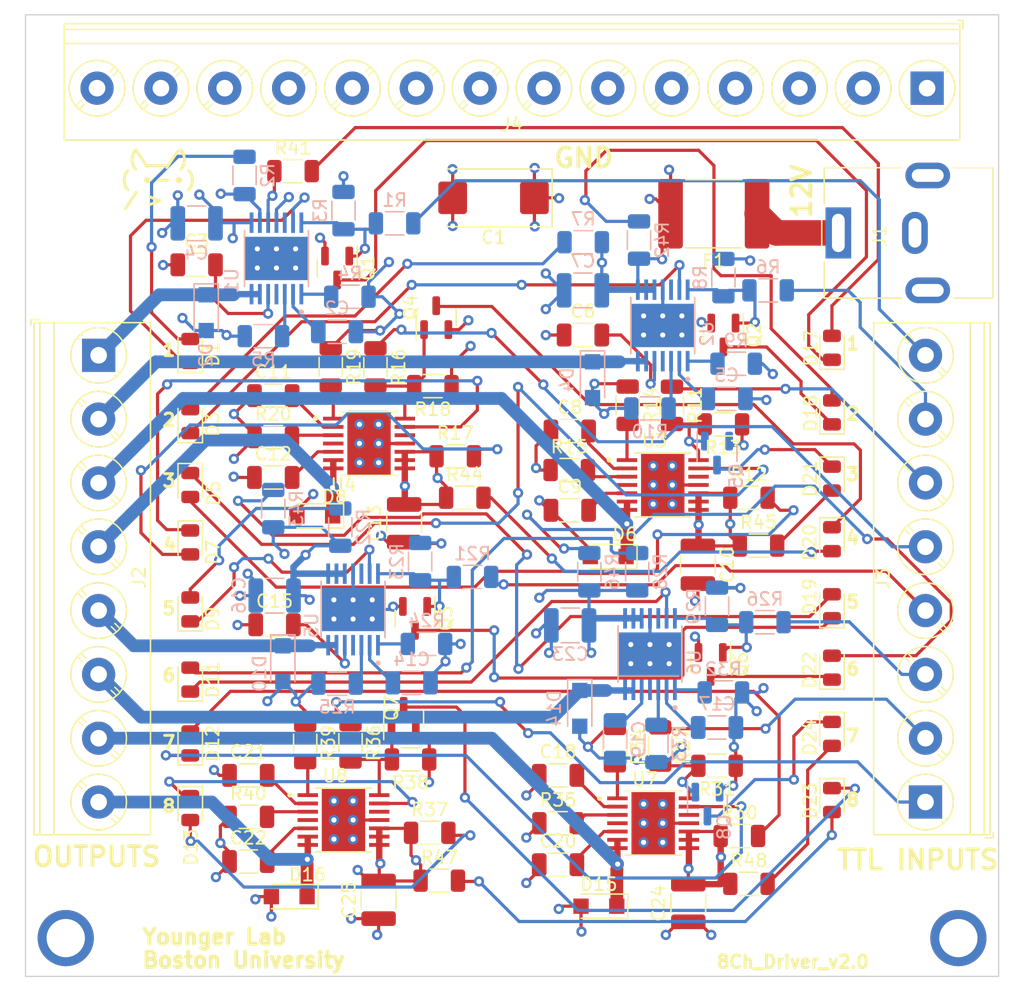
<source format=kicad_pcb>
(kicad_pcb (version 20240108) (generator "pcbnew") (generator_version "8.0")
  (layers (0 "F.Cu" signal) (1 "In1.Cu" signal) (2 "In2.Cu" signal) (31 "B.Cu" signal) (34 "B.Paste" user) (35 "F.Paste" user) (36 "B.SilkS" user "B.Silkscreen") (37 "F.SilkS" user "F.Silkscreen") (38 "B.Mask" user) (39 "F.Mask" user) (44 "Edge.Cuts" user))
  (net 0 "")
  (net 1 "+12V")
  (net 2 "GND")
  (net 3 "/delay1")
  (net 4 "Net-(U1-BOOT)")
  (net 5 "/delay2")
  (net 6 "Net-(U2-BOOT)")
  (net 7 "/additonal-channels-p1/delay3")
  (net 8 "Net-(U3-BOOT)")
  (net 9 "/additonal-channels-p1/delay4")
  (net 10 "Net-(U4-BOOT)")
  (net 11 "/additonal-channels-p1/delay5")
  (net 12 "Net-(U5-BOOT)")
  (net 13 "/additonal-channels-p2/delay6")
  (net 14 "/additonal-channels-p2/delay7")
  (net 15 "Net-(U6-BOOT)")
  (net 16 "Net-(U7-BOOT)")
  (net 17 "/additonal-channels-p2/delay8")
  (net 18 "Net-(U8-BOOT)")
  (net 19 "/fault1")
  (net 20 "Net-(D1-A)")
  (net 21 "/fault2")
  (net 22 "Net-(D3-A)")
  (net 23 "/additonal-channels-p1/fault3")
  (net 24 "Net-(D5-A)")
  (net 25 "/additonal-channels-p1/fault4")
  (net 26 "Net-(D7-A)")
  (net 27 "/additonal-channels-p1/fault5")
  (net 28 "Net-(D9-A)")
  (net 29 "/additonal-channels-p2/fault6")
  (net 30 "Net-(D11-A)")
  (net 31 "/additonal-channels-p2/fault7")
  (net 32 "Net-(D12-A)")
  (net 33 "/additonal-channels-p2/fault8")
  (net 34 "Net-(D13-A)")
  (net 35 "Net-(D17-K)")
  (net 36 "Net-(D17-A)")
  (net 37 "Net-(D18-K)")
  (net 38 "Net-(D18-A)")
  (net 39 "Net-(D19-K)")
  (net 40 "Net-(D19-A)")
  (net 41 "Net-(D20-K)")
  (net 42 "Net-(D20-A)")
  (net 43 "Net-(D21-K)")
  (net 44 "Net-(D21-A)")
  (net 45 "Net-(D22-K)")
  (net 46 "Net-(D22-A)")
  (net 47 "Net-(D23-K)")
  (net 48 "Net-(D23-A)")
  (net 49 "Net-(D24-K)")
  (net 50 "Net-(D24-A)")
  (net 51 "/12V_IN")
  (net 52 "/in_term1")
  (net 53 "/in_term2")
  (net 54 "/additonal-channels-p1/in_term5")
  (net 55 "/additonal-channels-p1/in_term4")
  (net 56 "/additonal-channels-p1/in_term3")
  (net 57 "/additonal-channels-p2/in_term6")
  (net 58 "/additonal-channels-p2/in_term8")
  (net 59 "/additonal-channels-p2/in_term7")
  (net 60 "/duty1")
  (net 61 "/freq1")
  (net 62 "/duty2")
  (net 63 "/freq2")
  (net 64 "/additonal-channels-p1/duty3")
  (net 65 "/additonal-channels-p1/freq3")
  (net 66 "/additonal-channels-p1/duty4")
  (net 67 "/additonal-channels-p1/freq4")
  (net 68 "/additonal-channels-p1/duty5")
  (net 69 "/additonal-channels-p1/freq5")
  (net 70 "/additonal-channels-p2/duty6")
  (net 71 "/additonal-channels-p2/freq6")
  (net 72 "/additonal-channels-p2/duty7")
  (net 73 "/additonal-channels-p2/freq7")
  (net 74 "/additonal-channels-p2/duty8")
  (net 75 "/additonal-channels-p2/freq8")
  (net 92 "out1")
  (net 93 "out2")
  (net 94 "out3")
  (net 95 "out4")
  (net 96 "out5")
  (net 97 "out6")
  (net 98 "out7")
  (net 99 "out8")
  (net 100 "in1")
  (net 101 "in2")
  (net 102 "in3")
  (net 103 "in4")
  (net 104 "in5")
  (net 105 "in6")
  (net 106 "in7")
  (net 107 "in8")
  (footprint "LED_SMD:LED_0805_2012Metric" (layer "F.Cu") (at 111.75 100.31 -90)
    (property "Reference" "D7")
    (property "Value" "LED")
  )
  (footprint "Resistor_SMD:R_1206_3216Metric" (layer "F.Cu") (at 126.25 86.56 -90)
    (property "Reference" "R16")
    (property "Value" "49R9")
  )
  (footprint "Capacitor_SMD:C_1206_3216Metric" (layer "F.Cu") (at 116.3 125.31)
    (property "Reference" "C22")
    (property "Value" "470pF")
  )
  (footprint "LED_SMD:LED_0805_2012Metric" (layer "F.Cu") (at 111.75 95.81 -90)
    (property "Reference" "D5")
    (property "Value" "LED")
  )
  (footprint "Capacitor_SMD:C_1210_3225Metric" (layer "F.Cu") (at 126.5 128.31 -90)
    (property "Reference" "C25")
    (property "Value" "10uF")
  )
  (footprint "Resistor_SMD:R_1206_3216Metric" (layer "F.Cu") (at 155.5 127.06)
    (property "Reference" "R48")
    (property "Value" "10K")
  )
  (footprint "Resistor_SMD:R_1206_3216Metric" (layer "F.Cu") (at 140.55 122.31)
    (property "Reference" "R35")
    (property "Value" "191k")
  )
  (footprint "LED_SMD:LED_0805_2012Metric" (layer "F.Cu") (at 111.75 90.81 90)
    (property "Reference" "D3")
    (property "Value" "LED")
  )
  (footprint "Capacitor_SMD:C_1206_3216Metric" (layer "F.Cu") (at 141.47 91.58)
    (property "Reference" "C8")
    (property "Value" "0.18uF")
  )
  (footprint "Resistor_SMD:R_1206_3216Metric" (layer "F.Cu") (at 153 117.81 180)
    (property "Reference" "R31")
    (property "Value" "4k7")
  )
  (footprint "Package_TO_SOT_SMD:SOT-23" (layer "F.Cu") (at 128.46 114.09 90)
    (property "Reference" "Q7")
    (property "Value" "2N7002E")
  )
  (footprint "Resistor_SMD:R_1206_3216Metric" (layer "F.Cu") (at 141.43 94.64)
    (property "Reference" "R15")
    (property "Value" "191k")
  )
  (footprint "Resistor_SMD:R_1206_3216Metric" (layer "F.Cu") (at 154.75 123.31)
    (property "Reference" "R30")
    (property "Value" "4k7")
  )
  (footprint "Resistor_SMD:R_1206_3216Metric" (layer "F.Cu") (at 133.25 96.81)
    (property "Reference" "R44")
    (property "Value" "10K")
  )
  (footprint "Resistor_SMD:R_1206_3216Metric" (layer "F.Cu") (at 132.5 93.56)
    (property "Reference" "R17")
    (property "Value" "4k7")
  )
  (footprint "TerminalBlock_Phoenix:TerminalBlock_Phoenix_PT-1,5-8-5.0-H_1x08_P5.00mm_Horizontal" (layer "F.Cu") (at 169.325 120.65 90)
    (property "Reference" "J3")
    (property "Value" "Screw_Terminal_01x08")
  )
  (footprint "Capacitor_SMD:C_1210_3225Metric" (layer "F.Cu") (at 151.5 102.06 -90)
    (property "Reference" "C10")
    (property "Value" "10uF")
  )
  (footprint "Resistor_SMD:R_1206_3216Metric" (layer "F.Cu") (at 119.8 71.22)
    (property "Reference" "R41")
    (property "Value" "10K")
  )
  (footprint "Solenoid_Driver:IC_TPS27S100BPWPR" (layer "F.Cu") (at 125.75 92.56)
    (property "Reference" "U4")
    (property "Value" "DRV104PWP")
  )
  (footprint "Capacitor_Tantalum_SMD:CP_EIA-7343-43_Kemet-X_Pad2.25x2.55mm_HandSolder" (layer "F.Cu") (at 135.5 73.31 180)
    (property "Reference" "C1")
    (property "Value" "47uF")
  )
  (footprint "Resistor_SMD:R_1206_3216Metric" (layer "F.Cu") (at 156.25 100.56)
    (property "Reference" "R45")
    (property "Value" "10K")
  )
  (footprint "Fuse:Fuse_2920_7451Metric" (layer "F.Cu") (at 152.75 74.56 180)
    (property "Reference" "F1")
    (property "Value" "0ZCF0125FF2C")
  )
  (footprint "Resistor_SMD:R_1206_3216Metric" (layer "F.Cu") (at 130.5 123.06)
    (property "Reference" "R37")
    (property "Value" "4k7")
  )
  (footprint "Capacitor_SMD:C_1210_3225Metric" (layer "F.Cu") (at 150.75 128.56 -90)
    (property "Reference" "C24")
    (property "Value" "10uF")
  )
  (footprint "Capacitor_SMD:C_1206_3216Metric" (layer "F.Cu") (at 118.25 95.22)
    (property "Reference" "C12")
    (property "Value" "470pF")
  )
  (footprint "LED_SMD:LED_0805_2012Metric" (layer "F.Cu") (at 162 90.1225 90)
    (property "Reference" "D18")
    (property "Value" "LED Green")
  )
  (footprint "Resistor_SMD:R_1206_3216Metric" (layer "F.Cu") (at 129 117.31 180)
    (property "Reference" "R38")
    (property "Value" "4k7")
  )
  (footprint "Resistor_SMD:R_1206_3216Metric" (layer "F.Cu") (at 124.3 116.01 -90)
    (property "Reference" "R36")
    (property "Value" "49R9")
  )
  (footprint "Solenoid_Driver:IC_TPS27S100BPWPR" (layer "F.Cu") (at 148.75 95.81)
    (property "Reference" "U3")
    (property "Value" "DRV104PWP")
  )
  (footprint "Capacitor_SMD:C_1210_3225Metric" (layer "F.Cu") (at 128.5 98.81 -90)
    (property "Reference" "C13")
    (property "Value" "10uF")
  )
  (footprint "Resistor_SMD:R_1206_3216Metric" (layer "F.Cu") (at 145 116.31 -90)
    (property "Reference" "R34")
    (property "Value" "162k")
  )
  (footprint "Package_TO_SOT_SMD:SOT-23" (layer "F.Cu") (at 131.01 82.7 90)
    (property "Reference" "Q4")
    (property "Value" "2N7002E")
  )
  (footprint "Diode_SMD:Nexperia_CFP3_SOD-123W" (layer "F.Cu") (at 119.5 128.06 180)
    (property "Reference" "D16")
    (property "Value" "PMEG10010ELRX")
  )
  (footprint "LED_SMD:LED_0805_2012Metric" (layer "F.Cu") (at 162 95.31 -90)
    (property "Reference" "D21")
    (property "Value" "LED Green")
  )
  (footprint "MountingHole:MountingHole_2.2mm_M2_Pad" (layer "F.Cu") (at 171.9 131.31)
    (property "Reference" "H1" (hide yes))
    (property "Value" "MountingHole")
  )
  (footprint "Resistor_SMD:R_1206_3216Metric" (layer "F.Cu") (at 148.55 116.26 -90)
    (property "Reference" "R27")
    (property "Value" "49R9")
  )
  (footprint "LED_SMD:LED_0805_2012Metric" (layer "F.Cu") (at 162 115.31 -90)
    (property "Reference" "D24")
    (property "Value" "LED Green")
  )
  (footprint "Resistor_SMD:R_1206_3216Metric" (layer "F.Cu") (at 146 89.56 -90)
    (property "Reference" "R14")
    (property "Value" "162k")
  )
  (footprint "Connector_BarrelJack:BarrelJack_CUI_PJ-063AH_Horizontal" (layer "F.Cu") (at 162.5 76.06 90)
    (property "Reference" "J1")
    (property "Value" "Barrel_Jack")
  )
  (footprint "Package_TO_SOT_SMD:SOT-23" (layer "F.Cu") (at 129.35 106.26 -90)
    (property "Reference" "Q3")
    (property "Value" "2N7002E")
  )
  (footprint "LED_SMD:LED_0805_2012Metric" (layer "F.Cu") (at 162 85.06 90)
    (property "Reference" "D17")
    (property "Value" "LED Green")
  )
  (footprint "TerminalBlock_Phoenix:TerminalBlock_Phoenix_PT-1,5-14-5.0-H_1x14_P5.00mm_Horizontal" (layer "F.Cu") (at 169.45 64.72 180)
    (property "Reference" "J4")
    (property "Value" "Screw_Terminal_01x14")
  )
  (footprint "Capacitor_SMD:C_1206_3216Metric" (layer "F.Cu") (at 141.47 97.79)
    (property "Reference" "C9")
    (property "Value" "470pF")
  )
  (footprint "Resistor_SMD:R_1206_3216Metric" (layer "F.Cu") (at 116.3 121.81)
    (property "Reference" "R40")
    (property "Value" "191k")
  )
  (footprint "MountingHole:MountingHole_2.2mm_M2_Pad" (layer "F.Cu") (at 102 131.31)
    (property "Reference" "H2" (hide yes))
    (property "Value" "MountingHole")
  )
  (footprint "Capacitor_SMD:C_1206_3216Metric" (layer "F.Cu") (at 142.5 84.06)
    (property "Reference" "C6")
    (property "Value" "470pF")
  )
  (footprint "Capacitor_SMD:C_1206_3216Metric" (layer "F.Cu") (at 140.55 118.56)
    (property "Reference" "C18")
    (property "Value" "0.18uF")
  )
  (footprint "LED_SMD:LED_0805_2012Metric" (layer "F.Cu") (at 162 110.1225 90)
    (property "Reference" "D22")
    (property "Value" "LED Green")
  )
  (footprint "LED_SMD:LED_0805_2012Metric" (layer "F.Cu") (at 111.75 116.06 90)
    (property "Reference" "D12")
    (property "Value" "LED")
  )
  (footprint "Capacitor_SMD:C_1206_3216Metric" (layer "F.Cu") (at 116.3 118.56)
    (property "Reference" "C21")
    (property "Value" "0.18uF")
  )
  (footprint "Solenoid_Driver:IC_TPS27S100BPWPR" (layer "F.Cu") (at 123.75 122.06)
    (property "Reference" "U8")
    (property "Value" "DRV104PWP")
  )
  (footprint "LED_SMD:LED_0805_2012Metric" (layer "F.Cu") (at 162 120.4975 -90)
    (property "Reference" "D23")
    (property "Value" "LED Green")
  )
  (footprint "Capacitor_SMD:C_1206_3216Metric" (layer "F.Cu") (at 140.55 125.56)
    (property "Reference" "C20")
    (property "Value" "470pF")
  )
  (footprint "Resistor_SMD:R_1206_3216Metric" (layer "F.Cu") (at 131.25 126.81)
    (property "Reference" "R47")
    (property "Value" "10K")
  )
  (footprint "Diode_SMD:Nexperia_CFP3_SOD-123W" (layer "F.Cu") (at 121.5 98.23 180)
    (property "Reference" "D8")
    (property "Value" "PMEG10010ELRX")
  )
  (footprint "LED_SMD:LED_0805_2012Metric" (layer "F.Cu") (at 111.75 105.56 90)
    (property "Reference" "D9")
    (property "Value" "LED")
  )
  (footprint "LED_SMD:LED_0805_2012Metric" (layer "F.Cu") (at 162 100.06 -90)
    (property "Reference" "D20")
    (property "Value" "LED Green")
  )
  (footprint "TerminalBlock_Phoenix:TerminalBlock_Phoenix_PT-1,5-8-5.0-H_1x08_P5.00mm_Horizontal" (layer "F.Cu") (at 104.575 85.65 -90)
    (property "Reference" "J2")
    (property "Value" "Screw_Terminal_01x08")
  )
  (footprint "LED_SMD:LED_0805_2012Metric" (layer "F.Cu") (at 111.75 121.1225 -90)
    (property "Reference" "D13")
    (property "Value" "LED")
  )
  (footprint "Resistor_SMD:R_1206_3216Metric" (layer "F.Cu") (at 149.47 89.57 -90)
    (property "Reference" "R11")
    (property "Value" "49R9")
  )
  (footprint "Solenoid_Driver:IC_TPS27S100BPWPR" (layer "F.Cu") (at 148 122.31)
    (property "Reference" "U7")
    (property "Value" "DRV104PWP")
  )
  (footprint "Package_TO_SOT_SMD:SOT-23" (layer "F.Cu") (at 123.25 78.81 -90)
    (property "Reference" "Q1")
    (property "Value" "2N7002E")
  )
  (footprint "Capacitor_SMD:C_1206_3216Metric" (layer "F.Cu") (at 118.35 106.76)
    (property "Reference" "C15")
    (property "Value" "470pF")
  )
  (footprint "LED_SMD:LED_0805_2012Metric" (layer "F.Cu") (at 162 105.31 90)
    (property "Reference" "D19")
    (property "Value" "LED Green")
  )
  (footprint "Resistor_SMD:R_1206_3216Metric" (layer "F.Cu") (at 155.5 96.81)
    (property "Reference" "R12")
    (property "Value" "4k7")
  )
  (footprint "LED_SMD:LED_0805_2012Metric" (layer "F.Cu") (at 111.75 111.06 90)
    (property "Reference" "D11")
    (property "Value" "LED")
  )
  (footprint "Diode_SMD:Nexperia_CFP3_SOD-123W" (layer "F.Cu") (at 143.75 128.81 180)
    (property "Reference" "D15")
    (property "Value" "PMEG10010ELRX")
  )
  (footprint "Resistor_SMD:R_1206_3216Metric" (layer "F.Cu") (at 122.75 86.56 -90)
    (property "Reference" "R19")
    (property "Value" "162k")
  )
  (footprint "Package_TO_SOT_SMD:SOT-23" (layer "F.Cu") (at 152.5 109.8725 -90)
    (property "Reference" "Q6")
    (property "Value" "2N7002E")
  )
  (footprint "Capacitor_SMD:C_1206_3216Metric" (layer "F.Cu") (at 118.25 88.81)
    (property "Reference" "C11")
    (property "Value" "0.18uF")
  )
  (footprint "Resistor_SMD:R_1206_3216Metric" (layer "F.Cu") (at 130.75 88.06 180)
    (property "Reference" "R18")
    (property "Value" "4k7")
  )
  (footprint "Capacitor_SMD:C_1206_3216Metric" (layer "F.Cu") (at 112.25 78.56)
    (property "Reference" "C3")
    (property "Value" "470pF")
  )
  (footprint "Resistor_SMD:R_1206_3216Metric" (layer "F.Cu") (at 118.25 92.06)
    (property "Reference" "R20")
    (property "Value" "191k")
  )
  (footprint "Resistor_SMD:R_1206_3216Metric" (layer "F.Cu") (at 120.75 116.06 -90)
    (property "Reference" "R39")
    (property "Value" "162k")
  )
  (footprint "Package_TO_SOT_SMD:SOT-23" (layer "F.Cu") (at 153.5 84.06 -90)
    (property "Reference" "Q2")
    (property "Value" "2N7002E")
  )
  (footprint "Resistor_SMD:R_1206_3216Metric" (layer "F.Cu") (at 153.5 91.06 180)
    (property "Reference" "R13")
    (property "Value" "4k7")
  )
  (footprint "LED_SMD:LED_0805_2012Metric" (layer "F.Cu") (at 111.75 85.31 90)
    (property "Reference" "D1")
    (property "Value" "LED")
  )
  (footprint "Diode_SMD:Nexperia_CFP3_SOD-123W" (layer "F.Cu") (at 144.4775 101.42 180)
    (property "Reference" "D6")
    (property "Value" "PMEG10010ELRX")
  )
  (footprint "Capacitor_SMD:C_1210_3225Metric" (layer "B.Cu") (at 141.5 106.81 180)
    (property "Reference" "C23")
    (property "Value" "10uF")
  )
  (footprint "Resistor_SMD:R_1206_3216Metric" (layer "B.Cu") (at 130.25 108.26 180)
    (property "Reference" "R24")
    (property "Value" "162k")
  )
  (footprint "Resistor_SMD:R_1206_3216Metric" (layer "B.Cu") (at 143 102.61 90)
    (property "Reference" "R46")
    (property "Value" "10K")
  )
  (footprint "Resistor_SMD:R_1206_3216Metric" (layer "B.Cu") (at 146.89 76.62 90)
    (property "Reference" "R42")
    (property "Value" "10K")
  )
  (footprint "Capacitor_SMD:C_1210_3225Metric" (layer "B.Cu") (at 112.25 75.31 180)
    (property "Reference" "C4")
    (property "Value" "10uF")
  )
  (footprint "Resistor_SMD:R_1206_3216Metric" (layer "B.Cu") (at 124.25 81.06 180)
    (property "Reference" "R4")
    (property "Value" "162k")
  )
  (footprint "Resistor_SMD:R_1206_3216Metric" (layer "B.Cu") (at 153.5 79.56 -90)
    (property "Reference" "R8")
    (property "Value" "4k7")
  )
  (footprint "Diode_SMD:Nexperia_CFP3_SOD-123W" (layer "B.Cu") (at 142.25 113.31 -90)
    (property "Reference" "D14")
    (property "Value" "PMEG10010ELRX")
  )
  (footprint "Capacitor_SMD:C_1210_3225Metric" (layer "B.Cu") (at 142.5 80.56 180)
    (property "Reference" "C7")
    (property "Value" "10uF")
  )
  (footprint "Resistor_SMD:R_1206_3216Metric" (layer "B.Cu") (at 157 80.56 180)
    (property "Reference" "R6")
    (property "Value" "49R9")
  )
  (footprint "Capacitor_SMD:C_1206_3216Metric" (layer "B.Cu") (at 123.25 83.81 180)
    (property "Reference" "C2")
    (property "Value" "0.18uF")
  )
  (footprint "Resistor_SMD:R_1206_3216Metric" (layer "B.Cu") (at 153 105.31 -90)
    (property "Reference" "R29")
    (property "Value" "4k7")
  )
  (footprint "Solenoid_Driver:IC_TPS27S100BPWPR" (layer "B.Cu") (at 118.5 78.06 90)
    (property "Reference" "U1")
    (property "Value" "DRV104PWP")
  )
  (footprint "Solenoid_Driver:IC_TPS27S100BPWPR" (layer "B.Cu") (at 124.5 105.56 90)
    (property "Reference" "U5")
    (property "Value" "DRV104PWP")
  )
  (footprint "Capacitor_SMD:C_1206_3216Metric" (layer "B.Cu") (at 129.09 111.32 180)
    (property "Reference" "C14")
    (property "Value" "0.18uF")
  )
  (footprint "Package_TO_SOT_SMD:SOT-23" (layer "B.Cu") (at 153 93.31 -90)
    (property "Reference" "Q5")
    (property "Value" "2N7002E")
  )
  (footprint "Resistor_SMD:R_1206_3216Metric" (layer "B.Cu") (at 146.75 102.61 90)
    (property "Reference" "R28")
    (property "Value" "4k7")
  )
  (footprint "Resistor_SMD:R_1206_3216Metric" (layer "B.Cu") (at 148.25 116.06 90)
    (property "Reference" "R33")
    (property "Value" "191k")
  )
  (footprint "Resistor_SMD:R_1206_3216Metric" (layer "B.Cu") (at 142.52 76.79 180)
    (property "Reference" "R7")
    (property "Value" "4k7")
  )
  (footprint "Resistor_SMD:R_1206_3216Metric" (layer "B.Cu") (at 116 71.56 90)
    (property "Reference" "R2")
    (property "Value" "4k7")
  )
  (footprint "Capacitor_SMD:C_1206_3216Metric" (layer "B.Cu") (at 145.02 115.73 90)
    (property "Reference" "C19")
    (property "Value" "470pF")
  )
  (footprint "Resistor_SMD:R_1206_3216Metric" (layer "B.Cu") (at 156.75 106.56 180)
    (property "Reference" "R26")
    (property "Value" "49R9")
  )
  (footprint "Capacitor_SMD:C_1206_3216Metric" (layer "B.Cu") (at 153.75 89.06 180)
    (property "Reference" "C5")
    (property "Value" "0.18uF")
  )
  (footprint "Resistor_SMD:R_1206_3216Metric" (layer "B.Cu") (at 129.75 101.81 -90)
    (property "Reference" "R23")
    (property "Value" "4k7")
  )
  (footprint "Resistor_SMD:R_1206_3216Metric" (layer "B.Cu") (at 118.25 97.66 90)
    (property "Reference" "R43")
    (property "Value" "10K")
  )
  (footprint "Solenoid_Driver:IC_TPS27S100BPWPR" (layer "B.Cu") (at 147.75 109.06 90)
    (property "Reference" "U6")
    (property "Value" "DRV104PWP")
  )
  (footprint "Resistor_SMD:R_1206_3216Metric" (layer "B.Cu") (at 154.5 86.31 180)
    (property "Reference" "R9")
    (property "Value" "162k")
  )
  (footprint "Package_TO_SOT_SMD:SOT-23" (layer "B.Cu") (at 152.25 120.81 -90)
    (property "Reference" "Q8")
    (property "Value" "2N7002E")
  )
  (footprint "Resistor_SMD:R_1206_3216Metric" (layer "B.Cu") (at 123.75 74.31 -90)
    (property "Reference" "R3")
    (property "Value" "4k7")
  )
  (footprint "Resistor_SMD:R_1206_3216Metric" (layer "B.Cu") (at 123.25 111.38)
    (property "Reference" "R25")
    (property "Value" "191k")
  )
  (footprint "Diode_SMD:Nexperia_CFP3_SOD-123W" (layer "B.Cu") (at 113 82.31 -90)
    (property "Reference" "D2")
    (property "Value" "PMEG10010ELRX")
  )
  (footprint "Resistor_SMD:R_1206_3216Metric" (layer "B.Cu") (at 147.75 89.81)
    (property "Reference" "R10")
    (property "Value" "191k")
  )
  (footprint "Capacitor_SMD:C_1206_3216Metric" (layer "B.Cu") (at 153 114.81 180)
    (property "Reference" "C17")
    (property "Value" "0.18uF")
  )
  (footprint "Diode_SMD:Nexperia_CFP3_SOD-123W" (layer "B.Cu") (at 119 109.81 -90)
    (property "Reference" "D10")
    (property "Value" "PMEG10010ELRX")
  )
  (footprint "Solenoid_Driver:IC_TPS27S100BPWPR" (layer "B.Cu") (at 148.75 83.31 90)
    (property "Reference" "U2")
    (property "Value" "DRV104PWP")
  )
  (footprint "Resistor_SMD:R_1206_3216Metric" (layer "B.Cu") (at 133.85 103.01 180)
    (property "Reference" "R21")
    (property "Value" "49R9")
  )
  (footprint "Diode_SMD:Nexperia_CFP3_SOD-123W" (layer "B.Cu") (at 143.25 87.56 -90)
    (property "Reference" "D4")
    (property "Value" "PMEG10010ELRX")
  )
  (footprint "Resistor_SMD:R_1206_3216Metric" (layer "B.Cu") (at 153.5 112.06 180)
    (property "Reference" "R32")
    (property "Value" "162k")
  )
  (footprint "Resistor_SMD:R_1206_3216Metric" (layer "B.Cu") (at 123.5 99.11 90)
    (property "Reference" "R22")
    (property "Value" "4k7")
  )
  (footprint "Resistor_SMD:R_1206_3216Metric" (layer "B.Cu") (at 117.48 84.15)
    (property "Reference" "R5")
    (property "Value" "191k")
  )
  (footprint "Capacitor_SMD:C_1210_3225Metric" (layer "B.Cu") (at 118.36 104.48 180)
    (property "Reference" "C16")
    (property "Value" "10uF")
  )
  (footprint "Resistor_SMD:R_1206_3216Metric" (layer "B.Cu") (at 127.75 75.31 180)
    (property "Reference" "R1")
    (property "Value" "49R9")
  )
  (gr_line (start 175.05 134.31) (end 175.05 58.97) (stroke (width 0.1)) (layer "Edge.Cuts"))
  (gr_line (start 98.85 134.31) (end 175.05 134.31) (stroke (width 0.1)) (layer "Edge.Cuts"))
  (gr_line (start 98.85 58.97) (end 175.05 58.97) (stroke (width 0.1)) (layer "Edge.Cuts"))
  (gr_line (start 98.85 134.31) (end 98.85 58.97) (stroke (width 0.1)) (layer "Edge.Cuts"))
  (gr_text "1" (at 163 85.31 0) (layer "F.SilkS") (effects (font (size 1 1) (thickness 0.23) (bold yes)) (justify left bottom)))
  (gr_text "Younger Lab" (at 107.84 131.91 0) (layer "F.SilkS") (effects (font (size 1.2 1.2) (thickness 0.3) (bold yes)) (justify left bottom)))
  (gr_text "1" (at 109.45 85.81 0) (layer "F.SilkS") (effects (font (size 1 1) (thickness 0.23) (bold yes)) (justify left bottom)))
  (gr_text "6" (at 163 110.81 0) (layer "F.SilkS") (effects (font (size 1 1) (thickness 0.23) (bold yes)) (justify left bottom)))
  (gr_text "8" (at 163 121.06 0) (layer "F.SilkS") (effects (font (size 1 1) (thickness 0.23) (bold yes)) (justify left bottom)))
  (gr_text "3" (at 109.45 96.06 0) (layer "F.SilkS") (effects (font (size 1 1) (thickness 0.23) (bold yes)) (justify left bottom)))
  (gr_text "4" (at 163 100.56 0) (layer "F.SilkS") (effects (font (size 1 1) (thickness 0.23) (bold yes)) (justify left bottom)))
  (gr_text "8" (at 109.45 121.56 0) (layer "F.SilkS") (effects (font (size 1 1) (thickness 0.23) (bold yes)) (justify left bottom)))
  (gr_text "4" (at 109.5 101.06 0) (layer "F.SilkS") (effects (font (size 1 1) (thickness 0.23) (bold yes)) (justify left bottom)))
  (gr_text "Boston University" (at 107.84 133.73 0) (layer "F.SilkS") (effects (font (size 1.2 1.2) (thickness 0.3) (bold yes)) (justify left bottom)))
  (gr_text "     (\\__/)\n     ( •-•)\n  / >" (at 107.34 71.86 0) (layer "F.SilkS") (effects (font (size 1 1) (thickness 0.23))))
  (gr_text "GND" (at 140.085 71.05 0) (layer "F.SilkS") (effects (font (size 1.5 1.5) (thickness 0.3) (bold yes)) (justify left bottom)))
  (gr_text "8Ch_Driver_v2.0" (at 158.94 133.17 0) (layer "F.SilkS") (effects (font (size 1 1) (thickness 0.23) (bold yes))))
  (gr_text "2" (at 109.45 91.31 0) (layer "F.SilkS") (effects (font (size 1 1) (thickness 0.23) (bold yes)) (justify left bottom)))
  (gr_text "6" (at 109.45 111.31 0) (layer "F.SilkS") (effects (font (size 1 1) (thickness 0.23) (bold yes)) (justify left bottom)))
  (gr_text "OUTPUTS" (at 99.25 125.81 0) (layer "F.SilkS") (effects (font (size 1.5 1.5) (thickness 0.3) (bold yes)) (justify left bottom)))
  (gr_text "7" (at 163 116.06 0) (layer "F.SilkS") (effects (font (size 1 1) (thickness 0.23) (bold yes)) (justify left bottom)))
  (gr_text "3" (at 163 95.56 0) (layer "F.SilkS") (effects (font (size 1 1) (thickness 0.23) (bold yes)) (justify left bottom)))
  (gr_text "5" (at 109.45 106.06 0) (layer "F.SilkS") (effects (font (size 1 1) (thickness 0.23) (bold yes)) (justify left bottom)))
  (gr_text "7" (at 109.45 116.56 0) (layer "F.SilkS") (effects (font (size 1 1) (thickness 0.23) (bold yes)) (justify left bottom)))
  (gr_text "12V" (at 160.5 75.06 90) (layer "F.SilkS") (effects (font (size 1.5 1.5) (thickness 0.3) (bold yes)) (justify left bottom)))
  (gr_text "5" (at 163 105.56 0) (layer "F.SilkS") (effects (font (size 1 1) (thickness 0.23) (bold yes)) (justify left bottom)))
  (gr_text "TTL INPUTS" (at 162.25 126.06 0) (layer "F.SilkS") (effects (font (size 1.5 1.5) (thickness 0.3) (bold yes)) (justify left bottom)))
  (gr_text "2" (at 163 90.81 0) (layer "F.SilkS") (effects (font (size 1 1) (thickness 0.23) (bold yes)) (justify left bottom)))
  (segment (start 151.5 100.585) (end 154.7625 100.585) (width 0.25) (layer "F.Cu") (net 1))
  (segment (start 151.55 98.92) (end 151.56 98.93) (width 0.25) (layer "F.Cu") (net 1))
  (segment (start 126.638 125.468) (end 126.55 125.38) (width 0.25) (layer "F.Cu") (net 1))
  (segment (start 126.55 122.71) (end 128.6875 122.71) (width 0.25) (layer "F.Cu") (net 1))
  (segment (start 138.7 75.52) (end 138.73 75.55) (width 0.25) (layer "F.Cu") (net 1))
  (segment (start 154.0375 99.81) (end 154.7875 100.56) (width 0.25) (layer "F.Cu") (net 1))
  (segment (start 151.56 98.93) (end 151.55 98.94) (width 0.25) (layer "F.Cu") (net 1))
  (segment (start 126.5 126.835) (end 126.55 126.785) (width 0.25) (layer "F.Cu") (net 1))
  (segment (start 154.0375 96.81) (end 154.0375 98.8525) (width 0.25) (layer "F.Cu") (net 1))
  (segment (start 138.7 70.99) (end 138.72 70.97) (width 0.25) (layer "F.Cu") (net 1))
  (segment (start 131.2625 97.335) (end 131.7875 96.81) (width 0.25) (layer "F.Cu") (net 1))
  (segment (start 129.7625 126.835) (end 129.7875 126.81) (width 0.25) (layer "F.Cu") (net 1))
  (segment (start 153.2875 123.31) (end 153.2875 124.9395) (width 0.5) (layer "F.Cu") (net 1))
  (segment (start 151.55 97.11) (end 151.55 97.76) (width 0.25) (layer "F.Cu") (net 1))
  (segment (start 153.308 127.085) (end 154.0125 127.085) (width 0.25) (layer "F.Cu") (net 1))
  (segment (start 153.6875 96.46) (end 154.0375 96.81) (width 0.25) (layer "F.Cu") (net 1))
  (segment (start 118.3375 73.0025) (end 118.19 73.15) (width 0.25) (layer "F.Cu") (net 1))
  (segment (start 128.55 97.285) (end 128.5 97.335) (width 0.25) (layer "F.Cu") (net 1))
  (segment (start 148.7 75.2225) (end 149.3625 74.56) (width 0.25) (layer "F.Cu") (net 1))
  (segment (start 131.7875 95.9275) (end 131.12 95.26) (width 0.25) (layer "F.Cu") (net 1))
  (segment (start 154.03 98.86) (end 154.0375 98.8675) (width 0.25) (layer "F.Cu") (net 1))
  (segment (start 153.2875 124.9805) (end 153.2875 127.0645) (width 0.5) (layer "F.Cu") (net 1))
  (segment (start 138.7 73.31) (end 138.7 70.99) (width 0.25) (layer "F.Cu") (net 1))
  (segment (start 128.55 93.39) (end 128.55 95.88) (width 0.5) (layer "F.Cu") (net 1))
  (segment (start 150.75 127.085) (end 150.75 125.8935) (width 0.25) (layer "F.Cu") (net 1))
  (segment (start 129.7875 126.81) (end 129.7875 125.5695) (width 0.25) (layer "F.Cu") (net 1))
  (segment (start 129.0375 124.8195) (end 129.432 125.214) (width 0.25) (layer "F.Cu") (net 1))
  (segment (start 154.0125 127.085) (end 154.0375 127.06) (width 0.25) (layer "F.Cu") (net 1))
  (segment (start 149.3625 71.2305) (end 149.244 71.112) (width 0.25) (layer "F.Cu") (net 1))
  (segment (start 126.55 125.556) (end 126.638 125.468) (width 0.25) (layer "F.Cu") (net 1))
  (segment (start 151.55 96.46) (end 153.6875 96.46) (width 0.25) (layer "F.Cu") (net 1))
  (segment (start 148.7 78.13) (end 148.7 75.2225) (width 0.25) (layer "F.Cu") (net 1))
  (segment (start 131.7875 96.81) (end 131.7875 95.9275) (width 0.25) (layer "F.Cu") (net 1))
  (segment (start 138.7 73.31) (end 138.7 75.52) (width 0.25) (layer "F.Cu") (net 1))
  (segment (start 151.55 96.61) (end 151.55 98.92) (width 0.5) (layer "F.Cu") (net 1))
  (segment (start 150.8 125.8435) (end 150.768 125.8755) (width 0.25) (layer "F.Cu") (net 1))
  (segment (start 126.55 125.38) (end 126.55 122.928) (width 0.5) (layer "F.Cu") (net 1))
  (segment (start 125.719 126.835) (end 124.86 125.976) (width 0.25) (layer "F.Cu") (net 1))
  (segment (start 147.72 73.398) (end 148.2005 73.398) (width 0.25) (layer "F.Cu") (net 1))
  (segment (start 148.2005 73.398) (end 149.3625 74.56) (width 0.25) (layer "F.Cu") (net 1))
  (segment (start 149.3625 74.56) (end 149.3625 71.2305) (width 0.25) (layer "F.Cu") (net 1))
  (segment (start 150.75 127.085) (end 153.308 127.085) (width 0.5) (layer "F.Cu") (net 1))
  (segment (start 128.55 95.9) (end 128.55 97.285) (width 0.5) (layer "F.Cu") (net 1))
  (segment (start 126.5 126.835) (end 125.719 126.835) (width 0.25) (layer "F.Cu") (net 1))
  (segment (start 151.55 100.535) (end 151.5 100.585) (width 0.25) (layer "F.Cu") (net 1))
  (segment (start 129.0375 123.06) (end 129.0375 124.8195) (width 0.25) (layer "F.Cu") (net 1))
  (segment (start 131.0375 93.56) (end 131.0375 95.1775) (width 0.25) (layer "F.Cu") (net 1))
  (segment (start 118.3375 71.22) (end 118.3375 73.0025) (width 0.25) (layer "F.Cu") (net 1))
  (segment (start 128.56 95.89) (end 128.55 95.9) (width 0.5) (layer "F.Cu") (net 1))
  (segment (start 154.7625 100.585) (end 154.7875 100.56) (width 0.25) (layer "F.Cu") (net 1))
  (segment (start 153.2875 124.9395) (end 153.308 124.96) (width 0.5) (layer "F.Cu") (net 1))
  (segment (start 126.5 126.835) (end 129.7625 126.835) (width 0.25) (layer "F.Cu") (net 1))
  (segment (start 138.7 73.31) (end 140.6 73.31) (width 0.25) (layer "F.Cu") (net 1))
  (segment (start 131.0375 95.1775) (end 131.12 95.26) (width 0.25) (layer "F.Cu") (net 1))
  (segment (start 126.55 126.785) (end 126.55 125.556) (width 0.25) (layer "F.Cu") (net 1))
  (segment (start 153.308 124.96) (end 153.2875 124.9805) (width 0.5) (layer "F.Cu") (net 1))
  (segment (start 128.5 97.335) (end 131.2625 97.335) (width 0.25) (layer "F.Cu") (net 1))
  (segment (start 152.9375 122.96) (end 153.2875 123.31) (width 0.25) (layer "F.Cu") (net 1))
  (segment (start 151.55 98.94) (end 151.55 100.535) (width 0.5) (layer "F.Cu") (net 1))
  (segment (start 128.6875 122.71) (end 129.0375 123.06) (width 0.25) (layer "F.Cu") (net 1))
  (segment (start 129.7875 125.5695) (end 129.432 125.214) (width 0.25) (layer "F.Cu") (net 1))
  (segment (start 150.75 125.8935) (end 150.768 125.8755) (width 0.25) (layer "F.Cu") (net 1))
  (segment (start 150.8 123.182) (end 150.8 125.8435) (width 0.5) (layer "F.Cu") (net 1))
  (segment (start 154.0375 98.8525) (end 154.03 98.86) (width 0.25) (layer "F.Cu") (net 1))
  (segment (start 150.8 122.96) (end 152.9375 122.96) (width 0.25) (layer "F.Cu") (net 1))
  (segment (start 130.6875 93.21) (end 131.0375 93.56) (width 0.25) (layer "F.Cu") (net 1))
  (segment (start 128.55 95.88) (end 128.56 95.89) (width 0.5) (layer "F.Cu") (net 1))
  (segment (start 140.6 73.31) (end 140.63 73.34) (width 0.25) (layer "F.Cu") (net 1))
  (segment (start 153.2875 127.0645) (end 153.308 127.085) (width 0.25) (layer "F.Cu") (net 1))
  (segment (start 154.0375 98.8675) (end 154.0375 99.81) (width 0.25) (layer "F.Cu") (net 1))
  (segment (start 128.55 93.21) (end 130.6875 93.21) (width 0.25) (layer "F.Cu") (net 1))
  (via (at 143.99 78.39) (size 0.8) (drill 0.4) (layers "F.Cu" "B.Cu") (net 1))
  (via (at 148.7 78.13) (size 0.8) (drill 0.4) (layers "F.Cu" "B.Cu") (net 1))
  (via (at 139.084 104.64) (size 0.8) (drill 0.4) (layers "F.Cu" "B.Cu") (net 1))
  (via (at 118.19 73.15) (size 0.8) (drill 0.4) (layers "F.Cu" "B.Cu") (net 1))
  (via (at 129.432 125.214) (size 0.8) (drill 0.4) (layers "F.Cu" "B.Cu") (net 1))
  (via (at 114.14 72.99) (size 0.8) (drill 0.4) (layers "F.Cu" "B.Cu") (net 1))
  (via (at 131.12 95.26) (size 0.8) (drill 0.4) (layers "F.Cu" "B.Cu") (net 1))
  (via (at 153.308 124.96) (size 0.8) (drill 0.4) (layers "F.Cu" "B.Cu") (net 1))
  (via (at 121.1 104.8) (size 0.8) (drill 0.4) (layers "F.Cu" "B.Cu") (net 1))
  (via (at 128.56 95.89) (size 0.8) (drill 0.4) (layers "F.Cu" "B.Cu") (net 1))
  (via (at 112.46 73.06) (size 0.8) (drill 0.4) (layers "F.Cu" "B.Cu") (net 1))
  (via (at 149.244 71.112) (size 0.8) (drill 0.4) (layers "F.Cu" "B.Cu") (net 1))
  (via (at 140.63 73.34) (size 0.8) (drill 0.4) (layers "F.Cu" "B.Cu") (net 1))
  (via (at 119.13 101.21) (size 0.8) (drill 0.4) (layers "F.Cu" "B.Cu") (net 1))
  (via (at 150.768 125.8755) (size 0.8) (drill 0.4) (layers "F.Cu" "B.Cu") (net 1))
  (via (at 147.72 73.398) (size 0.8) (drill 0.4) (layers "F.Cu" "B.Cu") (net 1))
  (via (at 126.638 125.468) (size 0.8) (drill 0.4) (layers "F.Cu" "B.Cu") (net 1))
  (via (at 143.148 108.958) (size 0.8) (drill 0.4) (layers "F.Cu" "B.Cu") (net 1))
  (via (at 120.78 101.28) (size 0.8) (drill 0.4) (layers "F.Cu" "B.Cu") (net 1))
  (via (at 124.86 125.976) (size 0.8) (drill 0.4) (layers "F.Cu" "B.Cu") (net 1))
  (via (at 138.72 70.97) (size 0.8) (drill 0.4) (layers "F.Cu" "B.Cu") (net 1))
  (via (at 154.03 98.86) (size 0.8) (drill 0.4) (layers "F.Cu" "B.Cu") (net 1))
  (via (at 138.73 75.55) (size 0.8) (drill 0.4) (layers "F.Cu" "B.Cu") (net 1))
  (via (at 115.08 76.48) (size 0.8) (drill 0.4) (layers "F.Cu" "B.Cu") (net 1))
  (via (at 151.56 98.93) (size 0.8) (drill 0.4) (layers "F.Cu" "B.Cu") (net 1))
  (segment (start 113.775 75.26) (end 115.18 75.26) (width 0.25) (layer "B.Cu") (net 1))
  (segment (start 142.975 106.81) (end 142.975 104.0975) (width 0.25) (layer "B.Cu") (net 1))
  (segment (start 143.975 80.56) (end 144.025 80.51) (width 0.25) (layer "B.Cu") (net 1))
  (segment (start 118.25 100.33) (end 119.13 101.21) (width 0.25) (layer "B.Cu") (net 1))
  (segment (start 113.725 74.325) (end 112.46 73.06) (width 0.25) (layer "B.Cu") (net 1))
  (segment (start 117.2 74.2225) (end 117.2 75.26) (width 0.25) (layer "B.Cu") (net 1))
  (segment (start 118.19 73.15) (end 117.85 73.49) (width 0.25) (layer "B.Cu") (net 1))
  (segment (start 146.8 80.51) (end 146.8 78.1725) (width 0.25) (layer "B.Cu") (net 1))
  (segment (start 115.18 76.38) (end 115.08 76.48) (width 0.25) (layer "B.Cu") (net 1))
  (segment (start 118.25 99.1225) (end 122.05 99.1225) (width 0.25) (layer "B.Cu") (net 1))
  (segment (start 142.975 106.81) (end 142.975 108.785) (width 0.25) (layer "B.Cu") (net 1))
  (segment (start 123.69 102.76) (end 119.865 102.76) (width 0.5) (layer "B.Cu") (net 1))
  (segment (start 120.78 104.48) (end 121.1 104.8) (width 0.25) (layer "B.Cu") (net 1))
  (segment (start 118.25 99.1225) (end 118.25 100.33) (width 0.25) (layer "B.Cu") (net 1))
  (segment (start 146.8 78.1725) (end 146.89 78.0825) (width 0.25) (layer "B.Cu") (net 1))
  (segment (start 144.025 80.51) (end 147.92 80.51) (width 0.5) (layer "B.Cu") (net 1))
  (segment (start 143.975 80.56) (end 143.975 78.405) (width 0.25) (layer "B.Cu") (net 1))
  (segment (start 143.9825 76.79) (end 143.9825 78.3825) (width 0.25) (layer "B.Cu") (net 1))
  (segment (start 143 104.0725) (end 139.6515 104.0725) (width 0.25) (layer "B.Cu") (net 1))
  (segment (start 142.975 108.785) (end 143.148 108.958) (width 0.25) (layer "B.Cu") (net 1))
  (segment (start 119.835 104.48) (end 119.835 102.73) (width 0.5) (layer "B.Cu") (net 1))
  (segment (start 113.725 75.31) (end 113.725 74.325) (width 0.25) (layer "B.Cu") (net 1))
  (segment (start 113.725 75.31) (end 113.775 75.26) (width 0.25) (layer "B.Cu") (net 1))
  (segment (start 114.1725 73.0225) (end 114.14 72.99) (width 0.25) (layer "B.Cu") (net 1))
  (segment (start 115.18 75.26) (end 115.18 76.38) (width 0.25) (layer "B.Cu") (net 1))
  (segment (start 143.975 78.405) (end 143.99 78.39) (width 0.25) (layer "B.Cu") (net 1))
  (segment (start 119.835 102.73) (end 119.835 102.225) (width 0.5) (layer "B.Cu") (net 1))
  (segment (start 146.89 78.0825) (end 148.6525 78.0825) (width 0.25) (layer "B.Cu") (net 1))
  (segment (start 121.4875 100.5725) (end 120.78 101.28) (width 0.25) (layer "B.Cu") (net 1))
  (segment (start 148.6525 78.0825) (end 148.7 78.13) (width 0.25) (layer "B.Cu") (net 1))
  (segment (start 122.05 99.1225) (end 123.5 100.5725) (width 0.25) (layer "B.Cu") (net 1))
  (segment (start 116 73.0225) (end 117.2 74.2225) (width 0.25) (layer "B.Cu") (net 1))
  (segment (start 113.725 75.31) (end 114.1655 75.31) (width 0.25) (layer "B.Cu") (net 1))
  (segment (start 117.85 73.49) (end 117.85 75.26) (width 0.25) (layer "B.Cu") (net 1))
  (segment (start 123.5 100.5725) (end 121.4875 100.5725) (width 0.25) (layer "B.Cu") (net 1))
  (segment (start 119.865 102.76) (end 119.835 102.73) (width 0.25) (layer "B.Cu") (net 1))
  (segment (start 119.835 102.225) (end 120.78 101.28) (width 0.5) (layer "B.Cu") (net 1))
  (segment (start 143.9825 78.3825) (end 143.99 78.39) (width 0.25) (layer "B.Cu") (net 1))
  (segment (start 116 73.0225) (end 114.1725 73.0225) (width 0.25) (layer "B.Cu") (net 1))
  (segment (start 115.18 75.26) (end 116.55 75.26) (width 0.25) (layer "B.Cu") (net 1))
  (segment (start 143.525 106.26) (end 142.975 106.81) (width 0.25) (layer "B.Cu") (net 1))
  (segment (start 119.835 104.48) (end 120.78 104.48) (width 0.25) (layer "B.Cu") (net 1))
  (segment (start 139.6515 104.0725) (end 139.084 104.64) (width 0.25) (layer "B.Cu") (net 1))
  (segment (start 146.958 106.26) (end 143.525 106.26) (width 0.5) (layer "B.Cu") (net 1))
  (segment (start 142.975 104.0975) (end 143 104.0725) (width 0.25) (layer "B.Cu") (net 1))
  (segment (start 146.75 104.0725) (end 143 104.0725) (width 0.25) (layer "B.Cu") (net 1))
  (segment (start 150.8 122.31) (end 148.75 122.31) (width 0.25) (layer "F.Cu") (net 2))
  (segment (start 138.83 92.745) (end 138.83 94.48) (width 0.25) (layer "F.Cu") (net 2))
  (segment (start 154.9625 91.06) (end 154.9625 92.5785) (width 0.25) (layer "F.Cu") (net 2))
  (segment (start 151.55 107.962) (end 151.276 107.688) (width 0.25) (layer "F.Cu") (net 2))
  (segment (start 151.525 130.035) (end 152.546 131.056) (width 0.25) (layer "F.Cu") (net 2))
  (segment (start 151.55 108.935) (end 151.55 107.962) (width 0.25) (layer "F.Cu") (net 2))
  (segment (start 151.55 95.81) (end 149.5 95.81) (width 0.25) (layer "F.Cu") (net 2))
  (segment (start 128.605 100.39) (end 128.5 100.285) (width 0.25) (layer "F.Cu") (net 2))
  (segment (start 115.47 106.76) (end 115.45 106.78) (width 0.25) (layer "F.Cu") (net 2))
  (segment (start 131.41 100.39) (end 128.605 100.39) (width 0.25) (layer "F.Cu") (net 2))
  (segment (start 150.75 130.035) (end 150.011 130.035) (width 0.25) (layer "F.Cu") (net 2))
  (segment (start 139.995 97.79) (end 139.854 97.79) (width 0.25) (layer "F.Cu") (net 2))
  (segment (start 120.1 98.23) (end 120.1 97.8) (width 0.25) (layer "F.Cu") (net 2))
  (segment (start 139.9675 94.64) (end 138.99 94.64) (width 0.25) (layer "F.Cu") (net 2))
  (segment (start 116.7875 92.1425) (end 115.17 93.76) (width 0.25) (layer "F.Cu") (net 2))
  (segment (start 154.4625 116.4625) (end 154.324 116.324) (width 0.25) (layer "F.Cu") (net 2))
  (segment (start 145.7785 87.876) (end 146 88.0975) (width 0.25) (layer "F.Cu") (net 2))
  (segment (start 152.55 83.1225) (end 151.8565 83.1225) (width 0.25) (layer "F.Cu") (net 2))
  (segment (start 109.64 78.56) (end 109.62 78.58) (width 0.25) (layer "F.Cu") (net 2))
  (segment (start 132.8025 83.6375) (end 133.53 82.91) (width 0.25) (layer "F.Cu") (net 2))
  (segment (start 150.75 130.035) (end 151.525 130.035) (width 0.25) (layer "F.Cu") (net 2))
  (segment (start 126.5 129.785) (end 124.353 129.785) (width 0.25) (layer "F.Cu") (net 2))
  (segment (start 132.3 71.08) (end 132.29 71.07) (width 0.25) (layer "F.Cu") (net 2))
  (segment (start 141.025 84.06) (end 139.598 84.06) (width 0.25) (layer "F.Cu") (net 2))
  (segment (start 139.075 125.985) (end 138.068 126.992) (width 0.25) (layer "F.Cu") (net 2))
  (segment (start 154.832 103.878) (end 151.843 103.878) (width 0.25) (layer "F.Cu") (net 2))
  (segment (start 139.598 84.06) (end 139.592 84.066) (width 0.25) (layer "F.Cu") (net 2))
  (segment (start 120.75 114.5975) (end 120.75 113.52) (width 0.25) (layer "F.Cu") (net 2))
  (segment (start 144.3705 114.8475) (end 145 114.8475) (width 0.25) (layer "F.Cu") (net 2))
  (segment (start 143.0775 100.8725) (end 139.995 97.79) (width 0.25) (layer "F.Cu") (net 2))
  (segment (start 154.9625 92.5785) (end 155.086 92.702) (width 0.25) (layer "F.Cu") (net 2))
  (segment (start 150.011 130.035) (end 148.99 131.056) (width 0.25) (layer "F.Cu") (net 2))
  (segment (start 128.4 105.3225) (end 127.6575 105.3225) (width 0.25) (layer "F.Cu") (net 2))
  (segment (start 114.11 122.5375) (end 114.8375 121.81) (width 0.25) (layer "F.Cu") (net 2))
  (segment (start 126.5 130.94) (end 126.384 131.056) (width 0.25) (layer "F.Cu") (net 2))
  (segment (start 114.11 123.86) (end 114.11 122.5375) (width 0.25) (layer "F.Cu") (net 2))
  (segment (start 126.55 122.06) (end 124.5 122.06) (width 0.25) (layer "F.Cu") (net 2))
  (segment (start 130.4625 117.31) (end 130.4625 119.0775) (width 0.25) (layer "F.Cu") (net 2))
  (segment (start 140.822 128.81) (end 140.608 129.024) (width 0.25) (layer "F.Cu") (net 2))
  (segment (start 139.854 97.79) (end 139.084 97.02) (width 0.25) (layer "F.Cu") (net 2))
  (segment (start 118.1 128.06) (end 117.06 128.06) (width 0.25) (layer "F.Cu") (net 2))
  (segment (start 124.141049 83.706451) (end 126.616451 83.706451) (width 0.25) (layer "F.Cu") (net 2))
  (segment (start 132.2125 86.4075) (end 133.7 84.92) (width 0.25) (layer "F.Cu") (net 2))
  (segment (start 143.0775 101.42) (end 143.0775 100.8725) (width 0.25) (layer "F.Cu") (net 2))
  (segment (start 114.03 118.56) (end 113.61 118.14) (width 0.25) (layer "F.Cu") (net 2))
  (segment (start 151.843 103.878) (end 151.5 103.535) (width 0.25) (layer "F.Cu") (net 2))
  (segment (start 120.1 97.8) (end 121.38 96.52) (width 0.25) (layer "F.Cu") (net 2))
  (segment (start 132.2125 88.06) (end 132.2125 86.4075) (width 0.25) (layer "F.Cu") (net 2))
  (segment (start 110.775 78.56) (end 109.64 78.56) (width 0.25) (layer "F.Cu") (net 2))
  (segment (start 151.5 103.535) (end 151.5 104.67) (width 0.25) (layer "F.Cu") (net 2))
  (segment (start 114.825 125.31) (end 114.825 125.465) (width 0.25) (layer "F.Cu") (net 2))
  (segment (start 142.35 128.81) (end 142.35 130.766) (width 0.25) (layer "F.Cu") (net 2))
  (segment (start 132.3 73.31) (end 132.3 71.08) (width 0.25) (layer "F.Cu") (net 2))
  (segment (start 116.775 88.81) (end 116.61 88.81) (width 0.25) (layer "F.Cu") (net 2))
  (segment (start 138.99 94.64) (end 138.83 94.48) (width 0.25) (layer "F.Cu") (net 2))
  (segment (start 118.1 128.06) (end 118.1 129.62) (width 0.25) (layer "F.Cu") (net 2))
  (segment (start 139.075 119.127) (end 138.068 120.134) (width 0.25) (layer "F.Cu") (net 2))
  (segment (start 127.6575 105.3225) (end 127.64 105.34) (width 0.25) (layer "F.Cu") (net 2))
  (segment (start 116.7875 92.06) (end 116.7875 91.8675) (width 0.25) (layer "F.Cu") (net 2))
  (segment (start 114.825 124.575) (end 114.11 123.86) (width 0.25) (layer "F.Cu") (net 2))
  (segment (start 154.4625 117.81) (end 154.4625 119.1775) (width 0.25) (layer "F.Cu") (net 2))
  (segment (start 130.4625 117.31) (end 130.4625 116.08) (width 0.25) (layer "F.Cu") (net 2))
  (segment (start 131.96 83.6375) (end 132.8025 83.6375) (width 0.25) (layer "F.Cu") (net 2))
  (segment (start 142.894 116.324) (end 144.3705 114.8475) (width 0.25) (layer "F.Cu") (net 2))
  (segment (start 116.7875 91.8675) (end 115.17 90.25) (width 0.25) (layer "F.Cu") (net 2))
  (segment (start 139.995 91.58) (end 138.83 92.745) (width 0.25) (layer "F.Cu") (net 2))
  (segment (start 114.825 118.56) (end 114.03 118.56) (width 0.25) (layer "F.Cu") (net 2))
  (segment (start 122.75 85.0975) (end 124.141049 83.706451) (width 0.25) (layer "F.Cu") (net 2))
  (segment (start 130.4625 116.08) (end 129.41 115.0275) (width 0.25) (layer "F.Cu") (net 2))
  (segment (start 132.3 73.31) (end 132.3 75.52) (width 0.25) (layer "F.Cu") (net 2))
  (segment (start 127.185 100.285) (end 126.69 99.79) (width 0.25) (layer "F.Cu") (net 2))
  (segment (start 143.402 87.876) (end 145.7785 87.876) (width 0.25) (layer "F.Cu") (net 2))
  (segment (start 116.875 106.76) (end 115.47 106.76) (width 0.25) (layer "F.Cu") (net 2))
  (segment (start 115.21 95.22) (end 115.15 95.16) (width 0.25) (layer "F.Cu") (net 2))
  (segment (start 139.0875 122.31) (end 139.0875 122.4165) (width 0.25) (layer "F.Cu") (net 2))
  (segment (start 151.8565 83.1225) (end 151.784 83.05) (width 0.25) (layer "F.Cu") (net 2))
  (segment (start 116.61 88.81) (end 115.17 90.25) (width 0.25) (layer "F.Cu") (net 2))
  (segment (start 117.06 128.06) (end 116.85 128.27) (width 0.25) (layer "F.Cu") (net 2))
  (segment (start 114.825 125.31) (end 114.825 124.575) (width 0.25) (layer "F.Cu") (net 2))
  (segment (start 151.5 104.67) (end 151.276 104.894) (width 0.25) (layer "F.Cu") (net 2))
  (segment (start 139.0875 122.4165) (end 138.068 123.436) (width 0.25) (layer "F.Cu") (net 2))
  (segment (start 122.3 77.8725) (end 122.3 76.83) (width 0.25) (layer "F.Cu") (net 2))
  (segment (start 116.7875 92.06) (end 116.7875 92.1425) (width 0.25) (layer "F.Cu") (net 2))
  (segment (start 120.75 113.52) (end 120.01 112.78) (width 0.25) (layer "F.Cu") (net 2))
  (segment (start 142.35 128.81) (end 140.822 128.81) (width 0.25) (layer "F.Cu") (net 2))
  (segment (start 154.4625 117.81) (end 154.4625 116.4625) (width 0.25) (layer "F.Cu") (net 2))
  (segment (start 126.5 129.785) (end 126.5 130.94) (width 0.25) (layer "F.Cu") (net 2))
  (segment (start 124.353 129.785) (end 124.352 129.786) (width 0.25) (layer "F.Cu") (net 2))
  (segment (start 128.5 100.285) (end 127.185 100.285) (width 0.25) (layer "F.Cu") (net 2))
  (segment (start 128.55 92.56) (end 126.5 92.56) (width 0.25) (layer "F.Cu") (net 2))
  (segment (start 130.4625 119.0775) (end 130.45 119.09) (width 0.25) (layer "F.Cu") (net 2))
  (segment (start 142.35 130.766) (end 142.386 130.802) (width 0.25) (layer "F.Cu") (net 2))
  (segment (start 139.075 118.56) (end 139.075 119.127) (width 0.25) (layer "F.Cu") (net 2))
  (segment (start 114.825 125.465) (end 113.76 126.53) (width 0.25) (layer "F.Cu") (net 2))
  (segment (start 122.3 76.83) (end 121.91 76.44) (width 0.25) (layer "F.Cu") (net 2))
  (segment (start 139.075 125.56) (end 139.075 125.985) (width 0.25) (layer "F.Cu") (net 2))
  (segment (start 116.775 95.22) (end 115.21 95.22) (width 0.25) (layer "F.Cu") (net 2))
  (segment (start 154.4625 119.1775) (end 154.27 119.37) (width 0.25) (layer "F.Cu") (net 2))
  (via (at 116.85 128.27) (size 0.8) (drill 0.4) (layers "F.Cu" "B.Cu") (net 2))
  (via (at 116.25 102.76) (size 0.8) (drill 0.4) (layers "F.Cu" "B.Cu") (net 2))
  (via (at 156.102 113.53) (size 0.8) (drill 0.4) (layers "F.Cu" "B.Cu") (net 2))
  (via (at 127.64 105.34) (size 0.8) (drill 0.4) (layers "F.Cu" "B.Cu") (net 2))
  (via (at 132.29 71.07) (size 0.8) (drill 0.4) (layers "F.Cu" "B.Cu") (net 2))
  (via (at 144.164 90.2345) (size 0.8) (drill 0.4) (layers "F.Cu" "B.Cu") (net 2))
  (via (at 154.27 119.37) (size 0.8) (drill 0.4) (layers "F.Cu" "B.Cu") (net 2))
  (via (at 131.74 109.63) (size 0.8) (drill 0.4) (layers "F.Cu" "B.Cu") (net 2))
  (via (at 139.592 84.066) (size 0.8) (drill 0.4) (layers "F.Cu" "B.Cu") (net 2))
  (via (at 114.11 123.86) (size 0.8) (drill 0.4) (layers "F.Cu" "B.Cu") (net 2))
  (via (at 132.3 75.52) (size 0.8) (drill 0.4) (layers "F.Cu" "B.Cu") (net 2))
  (via (at 126.69 99.79) (size 0.8) (drill 0.4) (layers "F.Cu" "B.Cu") (net 2))
  (via (at 113.76 126.53) (size 0.8) (drill 0.4) (layers "F.Cu" "B.Cu") (net 2))
  (via (at 120.01 112.78) (size 0.8) (drill 0.4) (layers "F.Cu" "B.Cu") (net 2))
  (via (at 146.704 117.34) (size 0.8) (drill 0.4) (layers "F.Cu" "B.Cu") (net 2))
  (via (at 115.45 106.78) (size 0.8) (drill 0.4) (layers "F.Cu" "B.Cu") (net 2))
  (via (at 109.55 76.06) (size 0.8) (drill 0.4) (layers "F.Cu" "B.Cu") (net 2))
  (via (at 139.592 79.24) (size 0.8) (drill 0.4) (layers "F.Cu" "B.Cu") (net 2))
  (via (at 154.832 103.878) (size 0.8) (drill 0.4) (layers "F.Cu" "B.Cu") (net 2))
  (via (at 117.79 112.75) (size 0.8) (drill 0.4) (layers "F.Cu" "B.Cu") (net 2))
  (via (at 151.784 83.05) (size 0.8) (drill 0.4) (layers "F.Cu" "B.Cu") (net 2))
  (via (at 157.372 87.114) (size 0.8) (drill 0.4) (layers "F.Cu" "B.Cu") (net 2))
  (via (at 140.608 129.024) (size 0.8) (drill 0.4) (layers "F.Cu" "B.Cu") (net 2))
  (via (at 121.91 76.44) (size 0.8) (drill 0.4) (layers "F.Cu" "B.Cu") (net 2))
  (via (at 111.14 82.73) (size 0.8) (drill 0.4) (layers "F.Cu" "B.Cu") (net 2))
  (via (at 123.75 71.62) (size 0.8) (drill 0.4) (layers "F.Cu" "B.Cu") (net 2))
  (via (at 126.384 131.056) (size 0.8) (drill 0.4) (layers "F.Cu" "B.Cu") (net 2))
  (via (at 115.17 93.76) (size 0.8) (drill 0.4) (layers "F.Cu" "B.Cu") (net 2))
  (via (at 115.63 104.49) (size 0.8) (drill 0.4) (layers "F.Cu" "B.Cu") (net 2))
  (via (at 150.26 116.324) (size 0.8) (drill 0.4) (layers "F.Cu" "B.Cu") (net 2))
  (via (at 132.92 108.26) (size 0.8) (drill 0.4) (layers "F.Cu" "B.Cu") (net 2))
  (via (at 133.53 82.91) (size 0.8) (drill 0.4) (layers "F.Cu" "B.Cu") (net 2))
  (via (at 133.7 84.92) (size 0.8) (drill 0.4) (layers "F.Cu" "B.Cu") (net 2))
  (via (at 110.775 73.12) (size 0.8) (drill 0.4) (layers "F.Cu" "B.Cu") (net 2))
  (via (at 138.068 126.992) (size 0.8) (drill 0.4) (layers "F.Cu" "B.Cu") (net 2))
  (via (at 151.276 104.894) (size 0.8) (drill 0.4) (layers "F.Cu" "B.Cu") (net 2))
  (via (at 139.084 97.02) (size 0.8) (drill 0.4) (layers "F.Cu" "B.Cu") (net 2))
  (via (at 114.59 84.06) (size 0.8) (drill 0.4) (layers "F.Cu" "B.Cu") (net 2))
  (via (at 142.894 116.324) (size 0.8) (drill 0.4) (layers "F.Cu" "B.Cu") (net 2))
  (via (at 121.38 96.52) (size 0.8) (drill 0.4) (layers "F.Cu" "B.Cu") (net 2))
  (via (at 127.31 78.34) (size 0.8) (drill 0.4) (layers "F.Cu" "B.Cu") (net 2))
  (via (at 155.594 78.224) (size 0.8) (drill 0.4) (layers "F.Cu" "B.Cu") (net 2))
  (via (at 148.99 131.056) (size 0.8) (drill 0.4) (layers "F.Cu" "B.Cu") (net 2))
  (via (at 151.276 107.688) (size 0.8) (drill 0.4) (layers "F.Cu" "B.Cu") (net 2))
  (via (at 128.13 82.4) (size 0.8) (drill 0.4) (layers "F.Cu" "B.Cu") (net 2))
  (via (at 115.17 90.25) (size 0.8) (drill 0.4) (layers "F.Cu" "B.Cu") (net 2))
  (via (at 143.402 87.876) (size 0.8) (drill 0.4) (layers "F.Cu" "B.Cu") (net 2))
  (via (at 142.386 130.802) (size 0.8) (drill 0.4) (layers "F.Cu" "B.Cu") (net 2))
  (via (at 126.616451 83.706451) (size 0.8) (drill 0.4) (layers "F.Cu" "B.Cu") (net 2))
  (via (at 109.62 78.58) (size 0.8) (drill 0.4) (layers "F.Cu" "B.Cu") (net 2))
  (via (at 154.324 116.324) (size 0.8) (drill 0.4) (layers "F.Cu" "B.Cu") (net 2))
  (via (at 138.068 123.436) (size 0.8) (drill 0.4) (layers "F.Cu" "B.Cu") (net 2))
  (via (at 113.61 118.14) (size 0.8) (drill 0.4) (layers "F.Cu" "B.Cu") (net 2))
  (via (at 139.592 82.034) (size 0.8) (drill 0.4) (layers "F.Cu" "B.Cu") (net 2))
  (via (at 152.546 131.056) (size 0.8) (drill 0.4) (layers "F.Cu" "B.Cu") (net 2))
  (via (at 138.83 94.48) (size 0.8) (drill 0.4) (layers "F.Cu" "B.Cu") (net 2))
  (via (at 130.45 119.09) (size 0.8) (drill 0.4) (layers "F.Cu" "B.Cu") (net 2))
  (via (at 139.846 108.958) (size 0.8) (drill 0.4) (layers "F.Cu" "B.Cu") (net 2))
  (via (at 156.638299 111.723701) (size 0.8) (drill 0.4) (layers "F.Cu" "B.Cu") (net 2))
  (via (at 119.47 73.25) (size 0.8) (drill 0.4) (layers "F.Cu" "B.Cu") (net 2))
  (via (at 131.41 100.39) (size 0.8) (drill 0.4) (layers "F.Cu" "B.Cu") (net 2))
  (via (at 124.352 129.786) (size 0.8) (drill 0.4) (layers "F.Cu" "B.Cu") (net 2))
  (via (at 115.15 95.16) (size 0.8) (drill 0.4) (layers "F.Cu" "B.Cu") (net 2))
  (via (at 138.068 120.134) (size 0.8) (drill 0.4) (layers "F.Cu" "B.Cu") (net 2))
  (via (at 118.1 129.62) (size 0.8) (drill 0.4) (layers "F.Cu" "B.Cu") (net 2))
  (via (at 155.086 92.702) (size 0.8) (drill 0.4) (layers "F.Cu" "B.Cu") (net 2))
  (via (at 138.83 107.434) (size 0.8) (drill 0.4) (layers "F.Cu" "B.Cu") (net 2))
  (via (at 156.864 89.146) (size 0.8) (drill 0.4) (layers "F.Cu" "B.Cu") (net 2))
  (segment (start 147.75 106.26) (end 147.75 109.06) (width 0.25) (layer "B.Cu") (net 2))
  (segment (start 154.27 119.37) (end 153.7025 119.37) (width 0.25) (layer "B.Cu") (net 2))
  (segment (start 125.7125 81.06) (end 125.7125 79.9375) (width 0.25) (layer "B.Cu") (net 2))
  (segment (start 143.25 88.96) (end 143.25 89.3205) (width 0.25) (layer "B.Cu") (net 2))
  (segment (start 141.025 80.56) (end 140.912 80.56) (width 0.25) (layer "B.Cu") (net 2))
  (segment (start 146.569 117.205) (end 146.704 117.34) (width 0.25) (layer "B.Cu") (net 2))
  (segment (start 141.025 80.56) (end 141.025 80.601) (width 0.25) (layer "B.Cu") (net 2))
  (segment (start 145.02 117.205) (end 146.569 117.205) (width 0.25) (layer "B.Cu") (net 2))
  (segment (start 154.9625 112.3905) (end 156.102 113.53) (width 0.25) (layer "B.Cu") (net 2))
  (segment (start 156.568 86.31) (end 157.372 87.114) (width 0.25) (layer "B.Cu") (net 2))
  (segment (start 125.7125 79.9375) (end 127.31 78.34) (width 0.25) (layer "B.Cu") (net 2))
  (segment (start 131.7125 108.26) (end 131.7125 109.6025) (width 0.25) (layer "B.Cu") (net 2))
  (segment (start 120.01 112.22) (end 119 111.21) (width 0.25) (layer "B.Cu") (net 2))
  (segment (start 146.8865 117.5225) (end 146.704 117.34) (width 0.25) (layer "B.Cu") (net 2))
  (segment (start 154.8015 103.8475) (end 154.832 103.878) (width 0.25) (layer "B.Cu") (net 2))
  (segment (start 154.475 112.5475) (end 154.9625 112.06) (width 0.25) (layer "B.Cu") (net 2))
  (segment (start 125.7125 81.06) (end 126.79 81.06) (width 0.25) (layer "B.Cu") (net 2))
  (segment (start 148.25 117.5225) (end 149.0615 117.5225) (width 0.25) (layer "B.Cu") (net 2))
  (segment (start 139.454 106.81) (end 138.83 107.434) (width 0.25) (layer "B.Cu") (net 2))
  (segment (start 121.7875 111.38) (end 121.41 111.38) (width 0.25) (layer "B.Cu") (net 2))
  (segment (start 140.912 80.56) (end 139.592 79.24) (width 0.25) (layer "B.Cu") (net 2))
  (segment (start 127.42 105.56) (end 124.5 105.56) (width 0.25) (layer "B.Cu") (net 2))
  (segment (start 129.75 100.3475) (end 131.3675 100.3475) (width 0.25) (layer "B.Cu") (net 2))
  (segment (start 156.778 89.06) (end 156.864 89.146) (width 0.25) (layer "B.Cu") (net 2))
  (segment (start 127.64 105.34) (end 127.42 105.56) (width 0.25) (layer "B.Cu") (net 2))
  (segment (start 145.02 117.205) (end 143.775 117.205) (width 0.25) (layer "B.Cu") (net 2))
  (segment (start 153.5 78.0975) (end 155.4675 78.0975) (width 0.25) (layer "B.Cu") (net 2))
  (segment (start 126.79 81.06) (end 128.13 82.4) (width 0.25) (layer "B.Cu") (net 2))
  (segment (start 118.5 75.26) (end 118.5 74.22) (width 0.25) (layer "B.Cu") (net 2))
  (segment (start 154.475 114.81) (end 154.475 112.5475) (width 0.25) (layer "B.Cu") (net 2))
  (segment (start 119 111.54) (end 117.79 112.75) (width 0.25) (layer "B.Cu") (net 2))
  (segment (start 143.25 89.3205) (end 144.164 90.2345) (width 0.25) (layer "B.Cu") (net 2))
  (segment (start 113 83.71) (end 114.24 83.71) (width 0.25) (layer "B.Cu") (net 2))
  (segment (start 130.565 110.805) (end 131.74 109.63) (width 0.25) (layer "B.Cu") (net 2))
  (segment (start 110.775 75.31) (end 110.3 75.31) (width 0.25) (layer "B.Cu") (net 2))
  (segment (start 144.5885 89.81) (end 144.164 90.2345) (width 0.25) (layer "B.Cu") (net 2))
  (segment (start 155.9625 86.31) (end 156.568 86.31) (width 0.25) (layer "B.Cu") (net 2))
  (segment (start 153.7025 119.37) (end 153.2 119.8725) (width 0.25) (layer "B.Cu") (net 2))
  (segment (start 155.4675 78.0975) (end 155.594 78.224) (width 0.25) (layer "B.Cu") (net 2))
  (segment (start 116.885 103.395) (end 116.25 102.76) (width 0.25) (layer "B.Cu") (net 2))
  (segment (start 143.25 88.028) (end 143.402 87.876) (width 0.25) (layer "B.Cu") (net 2))
  (segment (start 143.775 117.205) (end 142.894 116.324) (width 0.25) (layer "B.Cu") (net 2))
  (segment (start 142.25 114.71) (end 142.25 115.68) (width 0.25) (layer "B.Cu") (net 2))
  (segment (start 126.72 83.81) (end 128.13 82.4) (width 0.25) (layer "B.Cu") (net 2))
  (segment (start 140.025 106.81) (end 140.025 108.779) (width 0.25) (layer "B.Cu") (net 2))
  (segment (start 130.565 111.32) (end 130.565 110.805) (width 0.25) (layer "B.Cu") (net 2))
  (segment (start 148.25 117.5225) (end 146.8865 117.5225) (width 0.25) (layer "B.Cu") (net 2))
  (segment (start 154.324 116.324) (end 154.324 114.961) (width 0.25) (layer "B.Cu") (net 2))
  (segment (start 149.0615 117.5225) (end 150.26 116.324) (width 0.25) (layer "B.Cu") (net 2))
  (segment (start 143.25 88.96) (end 143.25 88.028) (width 0.25) (layer "B.Cu") (net 2))
  (segment (start 113 83.71) (end 112.12 83.71) (width 0.25) (layer "B.Cu") (net 2))
  (segment (start 120.01 112.78) (end 120.01 112.22) (width 0.25) (layer "B.Cu") (net 2))
  (segment (start 142.25 115.68) (end 142.894 116.324) (width 0.25) (layer "B.Cu") (net 2))
  (segment (start 116.885 104.48) (end 116.885 103.395) (width 0.25) (layer "B.Cu") (net 2))
  (segment (start 153 103.8475) (end 154.8015 103.8475) (width 0.25) (layer "B.Cu") (net 2))
  (segment (start 131.7125 109.6025) (end 131.74 109.63) (width 0.25) (layer "B.Cu") (net 2))
  (segment (start 123.75 72.8475) (end 123.75 71.62) (width 0.25) (layer "B.Cu") (net 2))
  (segment (start 154.2795 92.702) (end 153.95 92.3725) (width 0.25) (layer "B.Cu") (net 2))
  (segment (start 114.68 84.15) (end 114.59 84.06) (width 0.25) (layer "B.Cu") (net 2))
  (segment (start 155.225 89.06) (end 156.778 89.06) (width 0.25) (layer "B.Cu") (net 2))
  (segment (start 110.3 75.31) (end 109.55 76.06) (width 0.25) (layer "B.Cu") (net 2))
  (segment (start 121.41 111.38) (end 120.01 112.78) (width 0.25) (layer "B.Cu") (net 2))
  (segment (start 112.12 83.71) (end 111.14 82.73) (width 0.25) (layer "B.Cu") (net 2))
  (segment (start 131.7125 108.26) (end 132.92 108.26) (width 0.25) (layer "B.Cu") (net 2))
  (segment (start 148.75 80.51) (end 148.75 82.56) (width 0.25) (layer "B.Cu") (net 2))
  (segment (start 114.24 83.71) (end 114.59 84.06) (width 0.25) (layer "B.Cu") (net 2))
  (segment (start 155.086 92.702) (end 154.2795 92.702) (width 0.25) (layer "B.Cu") (net 2))
  (segment (start 110.775 73.12) (end 110.775 75.31) (width 0.25) (layer "B.Cu") (net 2))
  (segment (start 154.9625 112.06) (end 156.302 112.06) (width 0.25) (layer "B.Cu") (net 2))
  (segment (start 116.885 104.48) (end 115.64 104.48) (width 0.25) (layer "B.Cu") (net 2))
  (segment (start 119 111.21) (end 119 111.54) (width 0.25) (layer "B.Cu") (net 2))
  (segment (start 124.5 102.76) (end 124.5 105.56) (width 0.25) (layer "B.Cu") (net 2))
  (segment (start 146.2875 89.81) (end 144.5885 89.81) (width 0.25) (layer "B.Cu") (net 2))
  (segment (start 140.025 108.779) (end 139.846 108.958) (width 0.25) (layer "B.Cu") (net 2))
  (segment (start 154.324 114.961) (end 154.475 114.81) (width 0.25) (layer "B.Cu") (net 2))
  (segment (start 154.9625 112.06) (end 154.9625 112.3905) (width 0.25) (layer "B.Cu") (net 2))
  (segment (start 141.025 80.601) (end 139.592 82.034) (width 0.25) (layer "B.Cu") (net 2))
  (segment (start 118.5 74.22) (end 119.47 73.25) (width 0.25) (layer "B.Cu") (net 2))
  (segment (start 140.025 106.81) (end 139.454 106.81) (width 0.25) (layer "B.Cu") (net 2))
  (segment (start 124.725 83.81) (end 126.72 83.81) (width 0.25) (layer "B.Cu") (net 2))
  (segment (start 115.64 104.48) (end 115.63 104.49) (width 0.25) (layer "B.Cu") (net 2))
  (segment (start 131.3675 100.3475) (end 131.41 100.39) (width 0.25) (layer "B.Cu") (net 2))
  (segment (start 156.302 112.06) (end 156.638299 111.723701) (width 0.25) (layer "B.Cu") (net 2))
  (segment (start 116.0175 84.15) (end 114.68 84.15) (width 0.25) (layer "B.Cu") (net 2))
  (segment (start 119.8 81.835) (end 121.775 83.81) (width 0.25) (layer "B.Cu") (net 3))
  (segment (start 119.8 80.86) (end 119.8 81.835) (width 0.25) (layer "B.Cu") (net 3))
  (segment (start 113.725 81.375) (end 114.72 82.37) (width 0.25) (layer "F.Cu") (net 4))
  (segment (start 113.725 78.56) (end 113.725 81.375) (width 0.25) (layer "F.Cu") (net 4))
  (segment (start 117.83 82.37) (end 117.84 82.38) (width 0.25) (layer "F.Cu") (net 4))
  (segment (start 114.72 82.37) (end 117.83 82.37) (width 0.25) (layer "F.Cu") (net 4))
  (via (at 117.84 82.38) (size 0.8) (drill 0.4) (layers "F.Cu" "B.Cu") (net 4))
  (segment (start 117.84 80.87) (end 117.85 80.86) (width 0.25) (layer "B.Cu") (net 4))
  (segment (start 117.84 82.38) (end 117.84 80.87) (width 0.25) (layer "B.Cu") (net 4))
  (segment (start 150.05 87.16) (end 150.05 86.11) (width 0.25) (layer "B.Cu") (net 5))
  (segment (start 151.95 89.06) (end 150.05 87.16) (width 0.25) (layer "B.Cu") (net 5))
  (segment (start 152.275 89.06) (end 151.95 89.06) (width 0.25) (layer "B.Cu") (net 5))
  (segment (start 145.47 84.06) (end 143.975 84.06) (width 0.25) (layer "F.Cu") (net 6))
  (segment (start 147.8 86.39) (end 145.47 84.06) (width 0.25) (layer "F.Cu") (net 6))
  (segment (start 147.8 87.88) (end 147.8 86.39) (width 0.25) (layer "F.Cu") (net 6))
  (via (at 147.8 87.88) (size 0.8) (drill 0.4) (layers "F.Cu" "B.Cu") (net 6))
  (segment (start 148.1 86.11) (end 148.1 87.58) (width 0.25) (layer "B.Cu") (net 6))
  (segment (start 148.1 87.58) (end 147.8 87.88) (width 0.25) (layer "B.Cu") (net 6))
  (segment (start 145.95 94.51) (end 144.9 94.51) (width 0.25) (layer "F.Cu") (net 7))
  (segment (start 144.9 94.51) (end 142.945 92.555) (width 0.25) (layer "F.Cu") (net 7))
  (segment (start 142.945 92.555) (end 142.945 91.58) (width 0.25) (layer "F.Cu") (net 7))
  (segment (start 142.945 97.79) (end 144.275 96.46) (width 0.25) (layer "F.Cu") (net 8))
  (segment (start 144.275 96.46) (end 145.95 96.46) (width 0.25) (layer "F.Cu") (net 8))
  (segment (start 122.95 91.26) (end 122.175 91.26) (width 0.25) (layer "F.Cu") (net 9))
  (segment (start 122.175 91.26) (end 119.725 88.81) (width 0.25) (layer "F.Cu") (net 9))
  (segment (start 121.735 93.21) (end 122.95 93.21) (width 0.25) (layer "F.Cu") (net 10))
  (segment (start 119.725 95.22) (end 121.735 93.21) (width 0.25) (layer "F.Cu") (net 10))
  (segment (start 125.8 109.505) (end 125.8 108.36) (width 0.25) (layer "B.Cu") (net 11))
  (segment (start 127.615 111.32) (end 125.8 109.505) (width 0.25) (layer "B.Cu") (net 11))
  (segment (start 120.83 106.76) (end 119.825 106.76) (width 0.25) (layer "F.Cu") (net 12))
  (segment (start 123.86 109.79) (end 120.83 106.76) (width 0.25) (layer "F.Cu") (net 12))
  (via (at 123.86 109.79) (size 0.8) (drill 0.4) (layers "F.Cu" "B.Cu") (net 12))
  (segment (start 123.85 109.78) (end 123.86 109.79) (width 0.25) (layer "B.Cu") (net 12))
  (segment (start 123.85 108.36) (end 123.85 109.78) (width 0.25) (layer "B.Cu") (net 12))
  (segment (start 150.95 114.81) (end 151.525 114.81) (width 0.25) (layer "B.Cu") (net 13))
  (segment (start 149.05 112.91) (end 150.95 114.81) (width 0.25) (layer "B.Cu") (net 13))
  (segment (start 149.05 111.86) (end 149.05 112.91) (width 0.25) (layer "B.Cu") (net 13))
  (segment (start 144.15 121.01) (end 142.025 118.885) (width 0.25) (layer "F.Cu") (net 14))
  (segment (start 145.2 121.01) (end 144.15 121.01) (width 0.25) (layer "F.Cu") (net 14))
  (segment (start 142.025 118.885) (end 142.025 118.56) (width 0.25) (layer "F.Cu") (net 14))
  (segment (start 147.1 111.86) (end 147.1 112.91) (width 0.25) (layer "B.Cu") (net 15))
  (segment (start 145.755 114.255) (end 145.02 114.255) (width 0.25) (layer "B.Cu") (net 15))
  (segment (start 147.1 112.91) (end 145.755 114.255) (width 0.25) (layer "B.Cu") (net 15))
  (segment (start 145.2 122.96) (end 144.15 122.96) (width 0.25) (layer "F.Cu") (net 16))
  (segment (start 142.025 125.085) (end 142.025 125.56) (width 0.25) (layer "F.Cu") (net 16))
  (segment (start 144.15 122.96) (end 142.025 125.085) (width 0.25) (layer "F.Cu") (net 16))
  (segment (start 117.775 118.56) (end 119.975 120.76) (width 0.25) (layer "F.Cu") (net 17))
  (segment (start 119.975 120.76) (end 120.95 120.76) (width 0.25) (layer "F.Cu") (net 17))
  (segment (start 119.9 122.71) (end 117.775 124.835) (width 0.25) (layer "F.Cu") (net 18))
  (segment (start 120.95 122.71) (end 119.9 122.71) (width 0.25) (layer "F.Cu") (net 18))
  (segment (start 117.775 124.835) (end 117.775 125.31) (width 0.25) (layer "F.Cu") (net 18))
  (segment (start 120.7 73.29) (end 118.92 75.07) (width 0.25) (layer "F.Cu") (net 19))
  (segment (start 111.1375 86.2475) (end 111.75 86.2475) (width 0.25) (layer "F.Cu") (net 19))
  (segment (start 107.07 82.18) (end 111.1375 86.2475) (width 0.25) (layer "F.Cu") (net 19))
  (segment (start 108.29 75.07) (end 107.07 76.29) (width 0.25) (layer "F.Cu") (net 19))
  (segment (start 118.92 75.07) (end 108.29 75.07) (width 0.25) (layer "F.Cu") (net 19))
  (segment (start 107.07 76.29) (end 107.07 82.18) (width 0.25) (layer "F.Cu") (net 19))
  (via (at 120.7 73.29) (size 0.8) (drill 0.4) (layers "F.Cu" "B.Cu") (net 19))
  (segment (start 119.8 74.19) (end 119.8 75.26) (width 0.25) (layer "B.Cu") (net 19))
  (segment (start 120.7 73.29) (end 119.8 74.19) (width 0.25) (layer "B.Cu") (net 19))
  (segment (start 108.72 77.16) (end 108.72 82.32) (width 0.25) (layer "F.Cu") (net 20))
  (segment (start 110.7725 84.3725) (end 111.75 84.3725) (width 0.25) (layer "F.Cu") (net 20))
  (segment (start 108.72 82.32) (end 110.7725 84.3725) (width 0.25) (layer "F.Cu") (net 20))
  (via (at 108.72 77.16) (size 0.8) (drill 0.4) (layers "F.Cu" "B.Cu") (net 20))
  (segment (start 108.72 77.16) (end 108.72 72.14) (width 0.25) (layer "B.Cu") (net 20))
  (segment (start 110.8 70.06) (end 115.9625 70.06) (width 0.25) (layer "B.Cu") (net 20))
  (segment (start 108.72 72.14) (end 110.8 70.06) (width 0.25) (layer "B.Cu") (net 20))
  (segment (start 115.9625 70.06) (end 116 70.0975) (width 0.25) (layer "B.Cu") (net 20))
  (segment (start 148.51 80.13) (end 150.06 78.58) (width 0.25) (layer "F.Cu") (net 21))
  (segment (start 111.75 91.7475) (end 120.4775 83.02) (width 0.25) (layer "F.Cu") (net 21))
  (segment (start 120.4775 83.02) (end 126.2 83.02) (width 0.25) (layer "F.Cu") (net 21))
  (segment (start 137.7 80.13) (end 148.51 80.13) (width 0.25) (layer "F.Cu") (net 21))
  (segment (start 126.2 83.02) (end 129.09 80.13) (width 0.25) (layer "F.Cu") (net 21))
  (via (at 137.7 80.13) (size 0.8) (drill 0.4) (layers "F.Cu" "B.Cu") (net 21))
  (via (at 129.09 80.13) (size 0.8) (drill 0.4) (layers "F.Cu" "B.Cu") (net 21))
  (via (at 150.06 78.58) (size 0.8) (drill 0.4) (layers "F.Cu" "B.Cu") (net 21))
  (segment (start 129.09 80.13) (end 137.7 80.13) (width 0.25) (layer "B.Cu") (net 21))
  (segment (start 150.06 78.58) (end 150.06 80.5) (width 0.25) (layer "B.Cu") (net 21))
  (segment (start 150.06 80.5) (end 150.05 80.51) (width 0.25) (layer "B.Cu") (net 21))
  (segment (start 128.74 78.48) (end 128.75 78.48) (width 0.25) (layer "F.Cu") (net 22))
  (segment (start 111.75 89.8725) (end 111.8975 89.8725) (width 0.25) (layer "F.Cu") (net 22))
  (segment (start 119.2 82.57) (end 124.65 82.57) (width 0.25) (layer "F.Cu") (net 22))
  (segment (start 111.8975 89.8725) (end 119.2 82.57) (width 0.25) (layer "F.Cu") (net 22))
  (segment (start 124.65 82.57) (end 128.74 78.48) (width 0.25) (layer "F.Cu") (net 22))
  (via (at 128.75 78.48) (size 0.8) (drill 0.4) (layers "F.Cu" "B.Cu") (net 22))
  (segment (start 128.75 78.48) (end 139.3675 78.48) (width 0.25) (layer "B.Cu") (net 22))
  (segment (start 139.3675 78.48) (end 141.0575 76.79) (width 0.25) (layer "B.Cu") (net 22))
  (segment (start 156.54 94.51) (end 151.55 94.51) (width 0.25) (layer "F.Cu") (net 23))
  (segment (start 117.3375 100.46) (end 111.75 94.8725) (width 0.25) (layer "F.Cu") (net 23))
  (segment (start 124.53 100.46) (end 117.3375 100.46) (width 0.25) (layer "F.Cu") (net 23))
  (segment (start 156.64 94.61) (end 156.54 94.51) (width 0.25) (layer "F.Cu") (net 23))
  (segment (start 126.19 98.8) (end 124.53 100.46) (width 0.25) (layer "F.Cu") (net 23))
  (segment (start 137.42 96.43) (end 137.42 88.13) (width 0.25) (layer "F.Cu") (net 23))
  (segment (start 130.99 98.8) (end 126.19 98.8) (width 0.25) (layer "F.Cu") (net 23))
  (via (at 137.42 88.13) (size 0.8) (drill 0.4) (layers "F.Cu" "B.Cu") (net 23))
  (via (at 130.99 98.8) (size 0.8) (drill 0.4) (layers "F.Cu" "B.Cu") (net 23))
  (via (at 156.64 94.61) (size 0.8) (drill 0.4) (layers "F.Cu" "B.Cu") (net 23))
  (via (at 137.42 96.43) (size 0.8) (drill 0.4) (layers "F.Cu" "B.Cu") (net 23))
  (segment (start 145.875 96.585) (end 154.665 96.585) (width 0.25) (layer "B.Cu") (net 23))
  (segment (start 154.665 96.585) (end 156.64 94.61) (width 0.25) (layer "B.Cu") (net 23))
  (segment (start 137.42 97.29) (end 137.42 96.43) (width 0.25) (layer "B.Cu") (net 23))
  (segment (start 135.91 98.8) (end 137.42 97.29) (width 0.25) (layer "B.Cu") (net 23))
  (segment (start 137.42 88.13) (end 145.875 96.585) (width 0.25) (layer "B.Cu") (net 23))
  (segment (start 130.99 98.8) (end 135.91 98.8) (width 0.25) (layer "B.Cu") (net 23))
  (segment (start 157.9425 97.79) (end 156.9625 96.81) (width 0.25) (layer "F.Cu") (net 24))
  (segment (start 147.945 102.735) (end 148.34 102.34) (width 0.25) (layer "F.Cu") (net 24))
  (segment (start 142.175 102.735) (end 147.945 102.735) (width 0.25) (layer "F.Cu") (net 24))
  (segment (start 118.48 103.81) (end 134.03 103.81) (width 0.25) (layer "F.Cu") (net 24))
  (segment (start 134.03 103.81) (end 135.27 102.57) (width 0.25) (layer "F.Cu") (net 24))
  (segment (start 111.75 97.08) (end 118.48 103.81) (width 0.25) (layer "F.Cu") (net 24))
  (segment (start 135.27 102.57) (end 142.01 102.57) (width 0.25) (layer "F.Cu") (net 24))
  (segment (start 158.99 97.79) (end 157.9425 97.79) (width 0.25) (layer "F.Cu") (net 24))
  (segment (start 148.34 102.34) (end 148.34 99.69) (width 0.25) (layer "F.Cu") (net 24))
  (segment (start 111.75 96.7475) (end 111.75 97.08) (width 0.25) (layer "F.Cu") (net 24))
  (via (at 148.34 99.69) (size 0.8) (drill 0.4) (layers "F.Cu" "B.Cu") (net 24))
  (via (at 158.99 97.79) (size 0.8) (drill 0.4) (layers "F.Cu" "B.Cu") (net 24))
  (segment (start 157.09 99.69) (end 158.99 97.79) (width 0.25) (layer "B.Cu") (net 24))
  (segment (start 148.34 99.69) (end 157.09 99.69) (width 0.25) (layer "B.Cu") (net 24))
  (segment (start 109.94 87.93) (end 109.19 88.68) (width 0.25) (layer "F.Cu") (net 25))
  (segment (start 132.92 91.26) (end 128.55 91.26) (width 0.25) (layer "F.Cu") (net 25))
  (segment (start 134.23 87.65) (end 134.23 89.95) (width 0.25) (layer "F.Cu") (net 25))
  (segment (start 111.6875 99.31) (end 111.75 99.3725) (width 0.25) (layer "F.Cu") (net 25))
  (segment (start 109.91 99.31) (end 111.6875 99.31) (width 0.25) (layer "F.Cu") (net 25))
  (segment (start 109.19 98.59) (end 109.91 99.31) (width 0.25) (layer "F.Cu") (net 25))
  (segment (start 109.19 88.68) (end 109.19 98.59) (width 0.25) (layer "F.Cu") (net 25))
  (segment (start 134.23 89.95) (end 132.92 91.26) (width 0.25) (layer "F.Cu") (net 25))
  (via (at 109.94 87.93) (size 0.8) (drill 0.4) (layers "F.Cu" "B.Cu") (net 25))
  (via (at 134.23 87.65) (size 0.8) (drill 0.4) (layers "F.Cu" "B.Cu") (net 25))
  (segment (start 110.22 87.65) (end 134.23 87.65) (width 0.25) (layer "B.Cu") (net 25))
  (segment (start 109.94 87.93) (end 110.22 87.65) (width 0.25) (layer "B.Cu") (net 25))
  (segment (start 109.5875 101.2475) (end 107.89 99.55) (width 0.25) (layer "F.Cu") (net 26))
  (segment (start 107.89 99.55) (end 107.89 94.66) (width 0.25) (layer "F.Cu") (net 26))
  (segment (start 111.75 101.2475) (end 109.5875 101.2475) (width 0.25) (layer "F.Cu") (net 26))
  (segment (start 134.5125 93.01) (end 133.9625 93.56) (width 0.25) (layer "F.Cu") (net 26))
  (segment (start 135.79 93.01) (end 134.5125 93.01) (width 0.25) (layer "F.Cu") (net 26))
  (via (at 107.89 94.66) (size 0.8) (drill 0.4) (layers "F.Cu" "B.Cu") (net 26))
  (via (at 135.79 93.01) (size 0.8) (drill 0.4) (layers "F.Cu" "B.Cu") (net 26))
  (segment (start 127.11 90.11) (end 129.99 92.99) (width 0.25) (layer "B.Cu") (net 26))
  (segment (start 111.74 91.11) (end 123.18 91.11) (width 0.25) (layer "B.Cu") (net 26))
  (segment (start 129.99 92.99) (end 135.77 92.99) (width 0.25) (layer "B.Cu") (net 26))
  (segment (start 135.77 92.99) (end 135.79 93.01) (width 0.25) (layer "B.Cu") (net 26))
  (segment (start 123.18 91.11) (end 124.18 90.11) (width 0.25) (layer "B.Cu") (net 26))
  (segment (start 107.89 94.66) (end 108.19 94.66) (width 0.25) (layer "B.Cu") (net 26))
  (segment (start 124.18 90.11) (end 127.11 90.11) (width 0.25) (layer "B.Cu") (net 26))
  (segment (start 108.19 94.66) (end 111.74 91.11) (width 0.25) (layer "B.Cu") (net 26))
  (segment (start 124.02 102.64) (end 125.78 100.88) (width 0.25) (layer "F.Cu") (net 27))
  (segment (start 115.18 102.25) (end 115.18 103.64) (width 0.25) (layer "F.Cu") (net 27))
  (segment (start 112.3225 106.4975) (end 111.75 106.4975) (width 0.25) (layer "F.Cu") (net 27))
  (segment (start 115.18 103.64) (end 112.3225 106.4975) (width 0.25) (layer "F.Cu") (net 27))
  (segment (start 118.93 102.64) (end 124.02 102.64) (width 0.25) (layer "F.Cu") (net 27))
  (segment (start 117.87 101.58) (end 118.93 102.64) (width 0.25) (layer "F.Cu") (net 27))
  (via (at 117.87 101.58) (size 0.8) (drill 0.4) (layers "F.Cu" "B.Cu") (net 27))
  (via (at 115.18 102.25) (size 0.8) (drill 0.4) (layers "F.Cu" "B.Cu") (net 27))
  (via (at 125.78 100.88) (size 0.8) (drill 0.4) (layers "F.Cu" "B.Cu") (net 27))
  (segment (start 117.87 101.58) (end 115.85 101.58) (width 0.25) (layer "B.Cu") (net 27))
  (segment (start 125.78 102.74) (end 125.8 102.76) (width 0.25) (layer "B.Cu") (net 27))
  (segment (start 115.85 101.58) (end 115.18 102.25) (width 0.25) (layer "B.Cu") (net 27))
  (segment (start 125.78 100.88) (end 125.78 102.74) (width 0.25) (layer "B.Cu") (net 27))
  (segment (start 111.75 104.6225) (end 111.75 103.97) (width 0.25) (layer "F.Cu") (net 28))
  (segment (start 111.75 103.97) (end 114.01 101.71) (width 0.25) (layer "F.Cu") (net 28))
  (via (at 114.01 101.71) (size 0.8) (drill 0.4) (layers "F.Cu" "B.Cu") (net 28))
  (segment (start 114.01 101.71) (end 114.01 100.55) (width 0.25) (layer "B.Cu") (net 28))
  (segment (start 114.01 100.55) (end 116.9125 97.6475) (width 0.25) (layer "B.Cu") (net 28))
  (segment (start 116.9125 97.6475) (end 123.5 97.6475) (width 0.25) (layer "B.Cu") (net 28))
  (segment (start 111.75 111.9975) (end 112.4975 111.25) (width 0.25) (layer "F.Cu") (net 29))
  (segment (start 140.06 104.94) (end 148.24 104.94) (width 0.25) (layer "F.Cu") (net 29))
  (segment (start 112.4975 111.25) (end 133.75 111.25) (width 0.25) (layer "F.Cu") (net 29))
  (segment (start 133.75 111.25) (end 140.06 104.94) (width 0.25) (layer "F.Cu") (net 29))
  (segment (start 148.24 104.94) (end 148.97 104.21) (width 0.25) (layer "F.Cu") (net 29))
  (via (at 148.97 104.21) (size 0.8) (drill 0.4) (layers "F.Cu" "B.Cu") (net 29))
  (segment (start 148.97 104.21) (end 149.05 104.29) (width 0.25) (layer "B.Cu") (net 29))
  (segment (start 149.05 104.29) (end 149.05 106.26) (width 0.25) (layer "B.Cu") (net 29))
  (segment (start 111.75 110.1225) (end 112.1575 110.53) (width 0.25) (layer "F.Cu") (net 30))
  (segment (start 112.1575 110.53) (end 132.96 110.53) (width 0.25) (layer "F.Cu") (net 30))
  (segment (start 132.96 110.53) (end 133.37 110.12) (width 0.25) (layer "F.Cu") (net 30))
  (via (at 133.37 110.12) (size 0.8) (drill 0.4) (layers "F.Cu" "B.Cu") (net 30))
  (segment (start 133.37 110.12) (end 133.84 109.65) (width 0.25) (layer "B.Cu") (net 30))
  (segment (start 133.84 109.65) (end 133.84 102.48) (width 0.25) (layer "B.Cu") (net 30))
  (segment (start 136.32 100) (end 144.72 100) (width 0.25) (layer "B.Cu") (net 30))
  (segment (start 146.75 101.1475) (end 144.9375 101.1475) (width 0.25) (layer "B.Cu") (net 30))
  (segment (start 133.84 102.48) (end 136.32 100) (width 0.25) (layer "B.Cu") (net 30))
  (segment (start 144.72 100.93) (end 144.72 100) (width 0.25) (layer "B.Cu") (net 30))
  (segment (start 144.9375 101.1475) (end 144.72 100.93) (width 0.25) (layer "B.Cu") (net 30))
  (segment (start 154.88 121.01) (end 154.9 120.99) (width 0.25) (layer "F.Cu") (net 31))
  (segment (start 150.8 121.01) (end 154.88 121.01) (width 0.25) (layer "F.Cu") (net 31))
  (segment (start 109.8475 116.9975) (end 109.84 116.99) (width 0.25) (layer "F.Cu") (net 31))
  (segment (start 111.75 116.9975) (end 109.8475 116.9975) (width 0.25) (layer "F.Cu") (net 31))
  (via (at 109.84 116.99) (size 0.8) (drill 0.4) (layers "F.Cu" "B.Cu") (net 31))
  (via (at 154.9 120.99) (size 0.8) (drill 0.4) (layers "F.Cu" "B.Cu") (net 31))
  (segment (start 154.9 120.99) (end 154.9 124.6) (width 0.25) (layer "B.Cu") (net 31))
  (segment (start 133.33 116.99) (end 109.84 116.99) (width 0.25) (layer "B.Cu") (net 31))
  (segment (start 154.9 124.6) (end 152.9 126.6) (width 0.25) (layer "B.Cu") (net 31))
  (segment (start 142.94 126.6) (end 133.33 116.99) (width 0.25) (layer "B.Cu") (net 31))
  (segment (start 152.9 126.6) (end 142.94 126.6) (width 0.25) (layer "B.Cu") (net 31))
  (segment (start 157.86 113.97) (end 157.86 121.6625) (width 0.25) (layer "F.Cu") (net 32))
  (segment (start 111.75 115.1225) (end 114.8925 111.98) (width 0.25) (layer "F.Cu") (net 32))
  (segment (start 155.87 111.98) (end 157.86 113.97) (width 0.25) (layer "F.Cu") (net 32))
  (segment (start 114.8925 111.98) (end 155.87 111.98) (width 0.25) (layer "F.Cu") (net 32))
  (segment (start 157.86 121.6625) (end 156.2125 123.31) (width 0.25) (layer "F.Cu") (net 32))
  (segment (start 111.75 120.185) (end 111.245 120.185) (width 0.25) (layer "F.Cu") (net 33))
  (segment (start 129.04 120.76) (end 126.55 120.76) (width 0.25) (layer "F.Cu") (net 33))
  (segment (start 111.245 120.185) (end 110.11 119.05) (width 0.25) (layer "F.Cu") (net 33))
  (segment (start 129.15 120.65) (end 129.04 120.76) (width 0.25) (layer "F.Cu") (net 33))
  (via (at 110.11 119.05) (size 0.8) (drill 0.4) (layers "F.Cu" "B.Cu") (net 33))
  (via (at 129.15 120.65) (size 0.8) (drill 0.4) (layers "F.Cu" "B.Cu") (net 33))
  (segment (start 110.11 119.05) (end 127.55 119.05) (width 0.25) (layer "B.Cu") (net 33))
  (segment (start 127.55 119.05) (end 129.15 120.65) (width 0.25) (layer "B.Cu") (net 33))
  (segment (start 111.75 122.06) (end 111.75 123.69) (width 0.25) (layer "F.Cu") (net 34))
  (segment (start 111.75 123.69) (end 111.78 123.72) (width 0.25) (layer "F.Cu") (net 34))
  (segment (start 132.1625 123.26) (end 131.9625 123.06) (width 0.25) (layer "F.Cu") (net 34))
  (segment (start 133.68 123.26) (end 132.1625 123.26) (width 0.25) (layer "F.Cu") (net 34))
  (via (at 111.78 123.72) (size 0.8) (drill 0.4) (layers "F.Cu" "B.Cu") (net 34))
  (via (at 133.68 123.26) (size 0.8) (drill 0.4) (layers "F.Cu" "B.Cu") (net 34))
  (segment (start 111.78 123.72) (end 112.36 123.72) (width 0.25) (layer "B.Cu") (net 34))
  (segment (start 115.95 127.31) (end 129.14 127.31) (width 0.25) (layer "B.Cu") (net 34))
  (segment (start 133.19 123.26) (end 133.68 123.26) (width 0.25) (layer "B.Cu") (net 34))
  (segment (start 115.7 127.06) (end 115.95 127.31) (width 0.25) (layer "B.Cu") (net 34))
  (segment (start 112.36 123.72) (end 115.7 127.06) (width 0.25) (layer "B.Cu") (net 34))
  (segment (start 129.14 127.31) (end 133.19 123.26) (width 0.25) (layer "B.Cu") (net 34))
  (segment (start 164.7 72.74) (end 160.786 68.826) (width 0.25) (layer "F.Cu") (net 35))
  (segment (start 126.27 78.92) (end 125.4425 79.7475) (width 0.25) (layer "F.Cu") (net 35))
  (segment (start 160.18 84.9) (end 160.18 82.46) (width 0.25) (layer "F.Cu") (net 35))
  (segment (start 161.2775 85.9975) (end 160.18 84.9) (width 0.25) (layer "F.Cu") (net 35))
  (segment (start 126.27 72.75) (end 126.27 78.92) (width 0.25) (layer "F.Cu") (net 35))
  (segment (start 160.786 68.826) (end 130.194 68.826) (width 0.25) (layer "F.Cu") (net 35))
  (segment (start 130.194 68.826) (end 126.27 72.75) (width 0.25) (layer "F.Cu") (net 35))
  (segment (start 125.4425 79.7475) (end 123.25 79.7475) (width 0.25) (layer "F.Cu") (net 35))
  (segment (start 162 85.9975) (end 161.2775 85.9975) (width 0.25) (layer "F.Cu") (net 35))
  (segment (start 160.18 82.46) (end 164.7 77.94) (width 0.25) (layer "F.Cu") (net 35))
  (segment (start 164.7 77.94) (end 164.7 72.74) (width 0.25) (layer "F.Cu") (net 35))
  (segment (start 162 84.1225) (end 162 81.77) (width 0.25) (layer "F.Cu") (net 36))
  (segment (start 124.6725 67.81) (end 121.2625 71.22) (width 0.25) (layer "F.Cu") (net 36))
  (segment (start 162 81.77) (end 165.63 78.14) (width 0.25) (layer "F.Cu") (net 36))
  (segment (start 165.63 78.14) (end 165.63 70.62) (width 0.25) (layer "F.Cu") (net 36))
  (segment (start 162.82 67.81) (end 124.6725 67.81) (width 0.25) (layer "F.Cu") (net 36))
  (segment (start 165.63 70.62) (end 162.82 67.81) (width 0.25) (layer "F.Cu") (net 36))
  (segment (start 159.58 87.7) (end 156.8775 84.9975) (width 0.25) (layer "F.Cu") (net 37))
  (segment (start 159.58 88.64) (end 159.58 87.7) (width 0.25) (layer "F.Cu") (net 37))
  (segment (start 162 91.06) (end 159.58 88.64) (width 0.25) (layer "F.Cu") (net 37))
  (segment (start 156.8775 84.9975) (end 153.5 84.9975) (width 0.25) (layer "F.Cu") (net 37))
  (segment (start 142.73 71.2) (end 142.73 73.41) (width 0.25) (layer "F.Cu") (net 38))
  (segment (start 162 89.185) (end 162 88.32) (width 0.25) (layer "F.Cu") (net 38))
  (segment (start 152.76 70.79) (end 151.558 69.588) (width 0.25) (layer "F.Cu") (net 38))
  (segment (start 152.76 78.87) (end 152.76 70.79) (width 0.25) (layer "F.Cu") (net 38))
  (segment (start 151.558 69.588) (end 144.342 69.588) (width 0.25) (layer "F.Cu") (net 38))
  (segment (start 144.342 69.588) (end 142.73 71.2) (width 0.25) (layer "F.Cu") (net 38))
  (segment (start 157.24 79.41) (end 153.3 79.41) (width 0.25) (layer "F.Cu") (net 38))
  (segment (start 157.24 83.56) (end 157.24 79.41) (width 0.25) (layer "F.Cu") (net 38))
  (segment (start 153.3 79.41) (end 152.76 78.87) (width 0.25) (layer "F.Cu") (net 38))
  (segment (start 142.73 73.41) (end 142.65 73.49) (width 0.25) (layer "F.Cu") (net 38))
  (segment (start 162 88.32) (end 157.24 83.56) (width 0.25) (layer "F.Cu") (net 38))
  (via (at 142.65 73.49) (size 0.8) (drill 0.4) (layers "F.Cu" "B.Cu") (net 38))
  (segment (start 142.65 73.49) (end 144.3175 75.1575) (width 0.25) (layer "B.Cu") (net 38))
  (segment (start 144.3175 75.1575) (end 146.89 75.1575) (width 0.25) (layer "B.Cu") (net 38))
  (segment (start 135.615 110.935) (end 150.085 110.935) (width 0.25) (layer "F.Cu") (net 39))
  (segment (start 135.55 110.87) (end 135.615 110.935) (width 0.25) (layer "F.Cu") (net 39))
  (segment (start 150.577 106.963) (end 161.2845 106.963) (width 0.25) (layer "F.Cu") (net 39))
  (segment (start 129.35 107.1975) (end 135.5475 107.1975) (width 0.25) (layer "F.Cu") (net 39))
  (segment (start 150.085 110.935) (end 150.33 110.69) (width 0.25) (layer "F.Cu") (net 39))
  (segment (start 161.2845 106.963) (end 162 106.2475) (width 0.25) (layer "F.Cu") (net 39))
  (segment (start 135.5475 107.1975) (end 135.55 107.2) (width 0.25) (layer "F.Cu") (net 39))
  (segment (start 150.33 110.69) (end 150.33 107.21) (width 0.25) (layer "F.Cu") (net 39))
  (segment (start 150.33 107.21) (end 150.577 106.963) (width 0.25) (layer "F.Cu") (net 39))
  (via (at 135.55 107.2) (size 0.8) (drill 0.4) (layers "F.Cu" "B.Cu") (net 39))
  (via (at 135.55 110.87) (size 0.8) (drill 0.4) (layers "F.Cu" "B.Cu") (net 39))
  (segment (start 135.55 107.2) (end 135.55 110.87) (width 0.25) (layer "B.Cu") (net 39))
  (segment (start 134.935 98.075) (end 129.998173 98.075) (width 0.25) (layer "F.Cu") (net 40))
  (segment (start 129.723173 98.35) (end 125.21 98.35) (width 0.25) (layer "F.Cu") (net 40))
  (segment (start 160.2525 106.12) (end 141.54 106.12) (width 0.25) (layer "F.Cu") (net 40))
  (segment (start 123.81 99.75) (end 118.19 99.75) (width 0.25) (layer "F.Cu") (net 40))
  (segment (start 138.12 101.26) (end 134.935 98.075) (width 0.25) (layer "F.Cu") (net 40))
  (segment (start 162 104.3725) (end 160.2525 106.12) (width 0.25) (layer "F.Cu") (net 40))
  (segment (start 118.19 99.75) (end 115.49 97.05) (width 0.25) (layer "F.Cu") (net 40))
  (segment (start 141.54 106.12) (end 137.45 110.21) (width 0.25) (layer "F.Cu") (net 40))
  (segment (start 129.998173 98.075) (end 129.723173 98.35) (width 0.25) (layer "F.Cu") (net 40))
  (segment (start 125.21 98.35) (end 123.81 99.75) (width 0.25) (layer "F.Cu") (net 40))
  (via (at 138.12 101.26) (size 0.8) (drill 0.4) (layers "F.Cu" "B.Cu") (net 40))
  (via (at 137.45 110.21) (size 0.8) (drill 0.4) (layers "F.Cu" "B.Cu") (net 40))
  (via (at 115.49 97.05) (size 0.8) (drill 0.4) (layers "F.Cu" "B.Cu") (net 40))
  (segment (start 137.45 110.21) (end 137.306 110.066) (width 0.25) (layer "B.Cu") (net 40))
  (segment (start 115.49 97.05) (end 117.3975 97.05) (width 0.25) (layer "B.Cu") (net 40))
  (segment (start 137.306 102.074) (end 138.12 101.26) (width 0.25) (layer "B.Cu") (net 40))
  (segment (start 137.306 110.066) (end 137.306 102.074) (width 0.25) (layer "B.Cu") (net 40))
  (segment (start 117.3975 97.05) (end 118.25 96.1975) (width 0.25) (layer "B.Cu") (net 40))
  (segment (start 164.23 93.09) (end 163.73 92.59) (width 0.25) (layer "F.Cu") (net 41))
  (segment (start 158.97 92.59) (end 155.89 89.51) (width 0.25) (layer "F.Cu") (net 41))
  (segment (start 163.73 92.59) (end 158.97 92.59) (width 0.25) (layer "F.Cu") (net 41))
  (segment (start 162 99.1225) (end 164.23 96.8925) (width 0.25) (layer "F.Cu") (net 41))
  (segment (start 131.0675 81.82) (end 131.01 81.7625) (width 0.25) (layer "F.Cu") (net 41))
  (segment (start 135.36 81.82) (end 131.0675 81.82) (width 0.25) (layer "F.Cu") (net 41))
  (segment (start 155.89 89.51) (end 143.05 89.51) (width 0.25) (layer "F.Cu") (net 41))
  (segment (start 164.23 96.8925) (end 164.23 93.09) (width 0.25) (layer "F.Cu") (net 41))
  (segment (start 143.05 89.51) (end 135.36 81.82) (width 0.25) (layer "F.Cu") (net 41))
  (segment (start 140.065 101.575) (end 135.3 96.81) (width 0.25) (layer "F.Cu") (net 42))
  (segment (start 135.3 96.81) (end 134.7125 96.81) (width 0.25) (layer "F.Cu") (net 42))
  (segment (start 160.4625 100.9975) (end 160.4 101.06) (width 0.25) (layer "F.Cu") (net 42))
  (segment (start 162 100.9975) (end 160.4625 100.9975) (width 0.25) (layer "F.Cu") (net 42))
  (via (at 160.4 101.06) (size 0.8) (drill 0.4) (layers "F.Cu" "B.Cu") (net 42))
  (via (at 140.065 101.575) (size 0.8) (drill 0.4) (layers "F.Cu" "B.Cu") (net 42))
  (segment (start 150.1 101.06) (end 160.4 101.06) (width 0.25) (layer "B.Cu") (net 42))
  (segment (start 148.58 102.58) (end 150.1 101.06) (width 0.25) (layer "B.Cu") (net 42))
  (segment (start 140.065 101.575) (end 141.07 102.58) (width 0.25) (layer "B.Cu") (net 42))
  (segment (start 141.07 102.58) (end 148.58 102.58) (width 0.25) (layer "B.Cu") (net 42))
  (segment (start 162 94.3725) (end 160.6675 93.04) (width 0.25) (layer "F.Cu") (net 43))
  (segment (start 160.6675 93.04) (end 156.74 93.04) (width 0.25) (layer "F.Cu") (net 43))
  (via (at 156.74 93.04) (size 0.8) (drill 0.4) (layers "F.Cu" "B.Cu") (net 43))
  (segment (start 153.3225 94.57) (end 153 94.2475) (width 0.25) (layer "B.Cu") (net 43))
  (segment (start 156.18 93.04) (end 154.65 94.57) (width 0.25) (layer "B.Cu") (net 43))
  (segment (start 154.65 94.57) (end 153.3225 94.57) (width 0.25) (layer "B.Cu") (net 43))
  (segment (start 156.74 93.04) (end 156.18 93.04) (width 0.25) (layer "B.Cu") (net 43))
  (segment (start 157.7125 100.535) (end 157.7125 100.56) (width 0.25) (layer "F.Cu") (net 44))
  (segment (start 162 96.2475) (end 157.7125 100.535) (width 0.25) (layer "F.Cu") (net 44))
  (segment (start 161.75 110.81) (end 152.5 110.81) (width 0.25) (layer "F.Cu") (net 45))
  (segment (start 162 111.06) (end 161.75 110.81) (width 0.25) (layer "F.Cu") (net 45))
  (segment (start 171.342 106.418) (end 171.342 105.062) (width 0.25) (layer "F.Cu") (net 46))
  (segment (start 168.575 109.185) (end 171.342 106.418) (width 0.25) (layer "F.Cu") (net 46))
  (segment (start 138.125 98.135) (end 140.78 100.79) (width 0.25) (layer "F.Cu") (net 46))
  (segment (start 166.32 100.04) (end 164.76 100.04) (width 0.25) (layer "F.Cu") (net 46))
  (segment (start 162 109.185) (end 168.575 109.185) (width 0.25) (layer "F.Cu") (net 46))
  (segment (start 171.342 105.062) (end 166.32 100.04) (width 0.25) (layer "F.Cu") (net 46))
  (segment (start 140.78 100.79) (end 141.02 100.79) (width 0.25) (layer "F.Cu") (net 46))
  (via (at 164.76 100.04) (size 0.8) (drill 0.4) (layers "F.Cu" "B.Cu") (net 46))
  (via (at 141.02 100.79) (size 0.8) (drill 0.4) (layers "F.Cu" "B.Cu") (net 46))
  (via (at 138.125 98.135) (size 0.8) (drill 0.4) (layers "F.Cu" "B.Cu") (net 46))
  (segment (start 145.598274 99.675) (end 146.505 99.675) (width 0.25) (layer "B.Cu") (net 46))
  (segment (start 157.55 95.9) (end 160.62 95.9) (width 0.25) (layer "B.Cu") (net 46))
  (segment (start 148.07 98.11) (end 155.34 98.11) (width 0.25) (layer "B.Cu") (net 46))
  (segment (start 142.6425 100.79) (end 143 101.1475) (width 0.25) (layer "B.Cu") (net 46))
  (segment (start 146.505 99.675) (end 148.07 98.11) (width 0.25) (layer "B.Cu") (net 46))
  (segment (start 160.62 95.9) (end 164.76 100.04) (width 0.25) (layer "B.Cu") (net 46))
  (segment (start 145.223274 99.3) (end 145.598274 99.675) (width 0.25) (layer "B.Cu") (net 46))
  (segment (start 138.125 98.135) (end 139.29 99.3) (width 0.25) (layer "B.Cu") (net 46))
  (segment (start 155.34 98.11) (end 157.55 95.9) (width 0.25) (layer "B.Cu") (net 46))
  (segment (start 139.29 99.3) (end 145.223274 99.3) (width 0.25) (layer "B.Cu") (net 46))
  (segment (start 141.02 100.79) (end 142.6425 100.79) (width 0.25) (layer "B.Cu") (net 46))
  (segment (start 133.26 113.88) (end 132.59 113.21) (width 0.25) (layer "F.Cu") (net 47))
  (segment (start 133.26 120.3) (end 133.26 113.88) (width 0.25) (layer "F.Cu") (net 47))
  (segment (start 162 119.56) (end 163.75 119.56) (width 0.25) (layer "F.Cu") (net 47))
  (segment (start 132.59 113.21) (end 128.5175 113.21) (width 0.25) (layer "F.Cu") (net 47))
  (segment (start 128.5175 113.21) (end 128.46 113.1525) (width 0.25) (layer "F.Cu") (net 47))
  (segment (start 163.75 119.56) (end 163.8 119.61) (width 0.25) (layer "F.Cu") (net 47))
  (via (at 133.26 120.3) (size 0.8) (drill 0.4) (layers "F.Cu" "B.Cu") (net 47))
  (via (at 163.8 119.61) (size 0.8) (drill 0.4) (layers "F.Cu" "B.Cu") (net 47))
  (segment (start 163.8 119.61) (end 154.27 129.14) (width 0.25) (layer "B.Cu") (net 47))
  (segment (start 142.1 129.14) (end 133.26 120.3) (width 0.25) (layer "B.Cu") (net 47))
  (segment (start 154.27 129.14) (end 142.1 129.14) (width 0.25) (layer "B.Cu") (net 47))
  (segment (start 162 123.23) (end 161.99 123.24) (width 0.25) (layer "F.Cu") (net 48))
  (segment (start 162 121.435) (end 162 123.23) (width 0.25) (layer "F.Cu") (net 48))
  (segment (start 132.7725 126.87) (end 132.7125 126.81) (width 0.25) (layer "F.Cu") (net 48))
  (segment (start 134.36 126.87) (end 132.7725 126.87) (width 0.25) (layer "F.Cu") (net 48))
  (via (at 161.99 123.24) (size 0.8) (drill 0.4) (layers "F.Cu" "B.Cu") (net 48))
  (via (at 134.36 126.87) (size 0.8) (drill 0.4) (layers "F.Cu" "B.Cu") (net 48))
  (segment (start 155.22 130.01) (end 137.5 130.01) (width 0.25) (layer "B.Cu") (net 48))
  (segment (start 137.5 130.01) (end 134.36 126.87) (width 0.25) (layer "B.Cu") (net 48))
  (segment (start 161.99 123.24) (end 155.22 130.01) (width 0.25) (layer "B.Cu") (net 48))
  (segment (start 159.02 118.89) (end 159.02 115.48) (width 0.25) (layer "F.Cu") (net 49))
  (segment (start 159.02 115.48) (end 160.1275 114.3725) (width 0.25) (layer "F.Cu") (net 49))
  (segment (start 160.1275 114.3725) (end 162 114.3725) (width 0.25) (layer "F.Cu") (net 49))
  (via (at 159.02 118.89) (size 0.8) (drill 0.4) (layers "F.Cu" "B.Cu") (net 49))
  (segment (start 159.02 118.89) (end 155.97 118.89) (width 0.25) (layer "B.Cu") (net 49))
  (segment (start 155.97 118.89) (end 153.1125 121.7475) (width 0.25) (layer "B.Cu") (net 49))
  (segment (start 153.1125 121.7475) (end 152.25 121.7475) (width 0.25) (layer "B.Cu") (net 49))
  (segment (start 162 116.2475) (end 160.1 118.1475) (width 0.25) (layer "F.Cu") (net 50))
  (segment (start 160.1 118.1475) (end 160.1 123.9225) (width 0.25) (layer "F.Cu") (net 50))
  (segment (start 160.1 123.9225) (end 156.9625 127.06) (width 0.25) (layer "F.Cu") (net 50))
  (segment (start 157.6375 76.06) (end 156.1375 74.56) (width 2) (layer "F.Cu") (net 51))
  (segment (start 162.5 76.06) (end 157.6375 76.06) (width 2) (layer "F.Cu") (net 51))
  (segment (start 124.2 77.8725) (end 124.8475 77.8725) (width 0.25) (layer "F.Cu") (net 52))
  (segment (start 124.8475 77.8725) (end 125.43 77.29) (width 0.25) (layer "F.Cu") (net 52))
  (via (at 125.43 77.29) (size 0.8) (drill 0.4) (layers "F.Cu" "B.Cu") (net 52))
  (segment (start 125.43 75.8025) (end 125.46 75.7725) (width 0.25) (layer "B.Cu") (net 52))
  (segment (start 125.43 77.29) (end 125.43 75.8025) (width 0.25) (layer "B.Cu") (net 52))
  (segment (start 125.46 75.7725) (end 125.825 75.7725) (width 0.25) (layer "B.Cu") (net 52))
  (segment (start 123.2375 75.26) (end 123.75 75.7725) (width 0.25) (layer "B.Cu") (net 52))
  (segment (start 120.45 75.26) (end 123.2375 75.26) (width 0.25) (layer "B.Cu") (net 52))
  (segment (start 123.75 75.7725) (end 125.46 75.7725) (width 0.25) (layer "B.Cu") (net 52))
  (segment (start 125.825 75.7725) (end 126.2875 75.31) (width 0.25) (layer "B.Cu") (net 52))
  (segment (start 155.8975 83.1225) (end 155.97 83.05) (width 0.25) (layer "F.Cu") (net 53))
  (segment (start 154.45 83.1225) (end 155.8975 83.1225) (width 0.25) (layer "F.Cu") (net 53))
  (via (at 155.97 83.05) (size 0.8) (drill 0.4) (layers "F.Cu" "B.Cu") (net 53))
  (segment (start 155.97 80.9925) (end 155.5375 80.56) (width 0.25) (layer "B.Cu") (net 53))
  (segment (start 152.9875 80.51) (end 153.5 81.0225) (width 0.25) (layer "B.Cu") (net 53))
  (segment (start 155.97 83.05) (end 155.97 80.9925) (width 0.25) (layer "B.Cu") (net 53))
  (segment (start 153.9625 80.56) (end 153.5 81.0225) (width 0.25) (layer "B.Cu") (net 53))
  (segment (start 155.5375 80.56) (end 153.9625 80.56) (width 0.25) (layer "B.Cu") (net 53))
  (segment (start 150.7 80.51) (end 152.9875 80.51) (width 0.25) (layer "B.Cu") (net 53))
  (segment (start 130.3 105.3225) (end 131.2575 105.3225) (width 0.25) (layer "F.Cu") (net 54))
  (segment (start 131.2575 105.3225) (end 131.27 105.31) (width 0.25) (layer "F.Cu") (net 54))
  (via (at 131.27 105.31) (size 0.8) (drill 0.4) (layers "F.Cu" "B.Cu") (net 54))
  (segment (start 132.125 103.2725) (end 132.3875 103.01) (width 0.25) (layer "B.Cu") (net 54))
  (segment (start 131.27 105.31) (end 131.27 103.3425) (width 0.25) (layer "B.Cu") (net 54))
  (segment (start 131.27 103.3425) (end 131.2 103.2725) (width 0.25) (layer "B.Cu") (net 54))
  (segment (start 129.2375 102.76) (end 126.45 102.76) (width 0.25) (layer "B.Cu") (net 54))
  (segment (start 129.75 103.2725) (end 129.2375 102.76) (width 0.25) (layer "B.Cu") (net 54))
  (segment (start 129.75 103.2725) (end 131.2 103.2725) (width 0.25) (layer "B.Cu") (net 54))
  (segment (start 131.2 103.2725) (end 132.125 103.2725) (width 0.25) (layer "B.Cu") (net 54))
  (segment (start 128.55 88.7975) (end 129.2875 88.06) (width 0.25) (layer "F.Cu") (net 55))
  (segment (start 126.25 88.0225) (end 126.2875 88.06) (width 0.25) (layer "F.Cu") (net 55))
  (segment (start 126.2875 88.06) (end 129.2875 88.06) (width 0.25) (layer "F.Cu") (net 55))
  (segment (start 130.06 87.2875) (end 129.2875 88.06) (width 0.25) (layer "F.Cu") (net 55))
  (segment (start 130.06 83.6375) (end 130.06 87.2875) (width 0.25) (layer "F.Cu") (net 55))
  (segment (start 128.55 90.61) (end 128.55 88.7975) (width 0.25) (layer "F.Cu") (net 55))
  (segment (start 152.01 91.0325) (end 152.0375 91.06) (width 0.25) (layer "F.Cu") (net 56))
  (segment (start 149.47 91.0325) (end 150.89 91.0325) (width 0.25) (layer "F.Cu") (net 56))
  (segment (start 151.55 93.86) (end 151.55 93.12) (width 0.25) (layer "F.Cu") (net 56))
  (segment (start 151.55 93.12) (end 150.82 92.39) (width 0.25) (layer "F.Cu") (net 56))
  (segment (start 150.82 92.39) (end 150.82 91.1025) (width 0.25) (layer "F.Cu") (net 56))
  (segment (start 150.89 91.0325) (end 152.01 91.0325) (width 0.25) (layer "F.Cu") (net 56))
  (segment (start 150.82 91.1025) (end 150.89 91.0325) (width 0.25) (layer "F.Cu") (net 56))
  (via (at 150.82 92.39) (size 0.8) (drill 0.4) (layers "F.Cu" "B.Cu") (net 56))
  (segment (start 152.05 92.3725) (end 150.8375 92.3725) (width 0.25) (layer "B.Cu") (net 56))
  (segment (start 150.8375 92.3725) (end 150.82 92.39) (width 0.25) (layer "B.Cu") (net 56))
  (segment (start 155.33 108.53) (end 153.855 108.53) (width 0.25) (layer "F.Cu") (net 57))
  (segment (start 153.855 108.53) (end 153.45 108.935) (width 0.25) (layer "F.Cu") (net 57))
  (via (at 155.33 108.53) (size 0.8) (drill 0.4) (layers "F.Cu" "B.Cu") (net 57))
  (segment (start 153 106.7725) (end 155.075 106.7725) (width 0.25) (layer "B.Cu") (net 57))
  (segment (start 155.075 106.7725) (end 155.2875 106.56) (width 0.25) (layer "B.Cu") (net 57))
  (segment (start 155.2875 108.4875) (end 155.33 108.53) (width 0.25) (layer "B.Cu") (net 57))
  (segment (start 153 106.7725) (end 152.4875 106.26) (width 0.25) (layer "B.Cu") (net 57))
  (segment (start 152.4875 106.26) (end 149.7 106.26) (width 0.25) (layer "B.Cu") (net 57))
  (segment (start 155.2875 106.56) (end 155.2875 108.4875) (width 0.25) (layer "B.Cu") (net 57))
  (segment (start 127.5375 117.31) (end 126.53 117.31) (width 0.25) (layer "F.Cu") (net 58))
  (segment (start 124.4625 117.31) (end 124.3 117.4725) (width 0.25) (layer "F.Cu") (net 58))
  (segment (start 126.55 120.11) (end 126.55 117.33) (width 0.25) (layer "F.Cu") (net 58))
  (segment (start 126.55 117.33) (end 126.53 117.31) (width 0.25) (layer "F.Cu") (net 58))
  (segment (start 127.5375 115.055) (end 127.51 115.0275) (width 0.25) (layer "F.Cu") (net 58))
  (segment (start 126.53 117.31) (end 124.4625 117.31) (width 0.25) (layer "F.Cu") (net 58))
  (segment (start 127.5375 117.31) (end 127.5375 115.055) (width 0.25) (layer "F.Cu") (net 58))
  (segment (start 150.8 120.36) (end 150.8 119.59) (width 0.25) (layer "F.Cu") (net 59))
  (segment (start 150.28 119.07) (end 150.28 119.0675) (width 0.25) (layer "F.Cu") (net 59))
  (segment (start 151.5375 117.81) (end 148.6375 117.81) (width 0.25) (layer "F.Cu") (net 59))
  (segment (start 150.28 119.0675) (end 151.5375 117.81) (width 0.25) (layer "F.Cu") (net 59))
  (segment (start 148.6375 117.81) (end 148.55 117.7225) (width 0.25) (layer "F.Cu") (net 59))
  (segment (start 150.8 119.59) (end 150.28 119.07) (width 0.25) (layer "F.Cu") (net 59))
  (via (at 150.28 119.07) (size 0.8) (drill 0.4) (layers "F.Cu" "B.Cu") (net 59))
  (segment (start 151.0825 119.8725) (end 150.28 119.07) (width 0.25) (layer "B.Cu") (net 59))
  (segment (start 151.3 119.8725) (end 151.0825 119.8725) (width 0.25) (layer "B.Cu") (net 59))
  (segment (start 122.5875 80.86) (end 122.7875 81.06) (width 0.25) (layer "B.Cu") (net 60))
  (segment (start 120.45 80.86) (end 122.5875 80.86) (width 0.25) (layer "B.Cu") (net 60))
  (segment (start 119.15 83.9425) (end 119.15 80.86) (width 0.25) (layer "B.Cu") (net 61))
  (segment (start 118.9425 84.15) (end 119.15 83.9425) (width 0.25) (layer "B.Cu") (net 61))
  (segment (start 150.7 86.11) (end 152.8375 86.11) (width 0.25) (layer "B.Cu") (net 62))
  (segment (start 152.8375 86.11) (end 153.0375 86.31) (width 0.25) (layer "B.Cu") (net 62))
  (segment (start 149.4 89.6225) (end 149.2125 89.81) (width 0.25) (layer "B.Cu") (net 63))
  (segment (start 149.4 86.11) (end 149.4 89.6225) (width 0.25) (layer "B.Cu") (net 63))
  (segment (start 145.95 91.0725) (end 145.95 93.86) (width 0.25) (layer "F.Cu") (net 64))
  (segment (start 146 91.0225) (end 145.95 91.0725) (width 0.25) (layer "F.Cu") (net 64))
  (segment (start 145.95 95.16) (end 143.4125 95.16) (width 0.25) (layer "F.Cu") (net 65))
  (segment (start 143.4125 95.16) (end 142.8925 94.64) (width 0.25) (layer "F.Cu") (net 65))
  (segment (start 122.95 90.61) (end 122.95 88.2225) (width 0.25) (layer "F.Cu") (net 66))
  (segment (start 122.95 88.2225) (end 122.75 88.0225) (width 0.25) (layer "F.Cu") (net 66))
  (segment (start 122.95 91.91) (end 119.8625 91.91) (width 0.25) (layer "F.Cu") (net 67))
  (segment (start 119.8625 91.91) (end 119.7125 92.06) (width 0.25) (layer "F.Cu") (net 67))
  (segment (start 126.55 108.26) (end 126.45 108.36) (width 0.25) (layer "B.Cu") (net 68))
  (segment (start 128.7875 108.26) (end 126.55 108.26) (width 0.25) (layer "B.Cu") (net 68))
  (segment (start 124.5325 111.14) (end 125.15 110.5225) (width 0.25) (layer "B.Cu") (net 69))
  (segment (start 125.15 110.5225) (end 125.15 108.36) (width 0.25) (layer "B.Cu") (net 69))
  (segment (start 149.7 111.86) (end 151.8375 111.86) (width 0.25) (layer "B.Cu") (net 70))
  (segment (start 151.8375 111.86) (end 152.0375 112.06) (width 0.25) (layer "B.Cu") (net 70))
  (segment (start 148.4 111.86) (end 148.4 114.4475) (width 0.25) (layer "B.Cu") (net 71))
  (segment (start 148.4 114.4475) (end 148.25 114.5975) (width 0.25) (layer "B.Cu") (net 71))
  (segment (start 145 117.7725) (end 145.2 117.9725) (width 0.25) (layer "F.Cu") (net 72))
  (segment (start 145.2 117.9725) (end 145.2 120.36) (width 0.25) (layer "F.Cu") (net 72))
  (segment (start 142.6625 121.66) (end 142.0125 122.31) (width 0.25) (layer "F.Cu") (net 73))
  (segment (start 145.2 121.66) (end 142.6625 121.66) (width 0.25) (layer "F.Cu") (net 73))
  (segment (start 120.75 117.5225) (end 120.95 117.7225) (width 0.25) (layer "F.Cu") (net 74))
  (segment (start 120.95 117.7225) (end 120.95 120.11) (width 0.25) (layer "F.Cu") (net 74))
  (segment (start 120.95 121.41) (end 118.1625 121.41) (width 0.25) (layer "F.Cu") (net 75))
  (segment (start 118.1625 121.41) (end 117.7625 121.81) (width 0.25) (layer "F.Cu") (net 75))
  (segment (start 115.19 80.86) (end 117.04 80.86) (width 0.5) (layer "B.Cu") (net 92))
  (segment (start 113 80.91) (end 109.315 80.91) (width 1) (layer "B.Cu") (net 92))
  (segment (start 109.315 80.91) (end 104.575 85.65) (width 1) (layer "B.Cu") (net 92))
  (segment (start 115.14 80.91) (end 115.19 80.86) (width 0.25) (layer "B.Cu") (net 92))
  (segment (start 113 80.91) (end 115.14 80.91) (width 1) (layer "B.Cu") (net 92))
  (segment (start 145.37 86.16) (end 145.42 86.11) (width 0.25) (layer "B.Cu") (net 93))
  (segment (start 145.42 86.11) (end 147.29 86.11) (width 0.5) (layer "B.Cu") (net 93))
  (segment (start 109.065 86.16) (end 104.575 90.65) (width 1) (layer "B.Cu") (net 93))
  (segment (start 143.25 86.16) (end 145.37 86.16) (width 1) (layer "B.Cu") (net 93))
  (segment (start 143.25 86.16) (end 109.065 86.16) (width 1) (layer "B.Cu") (net 93))
  (segment (start 145.94 98.85) (end 145.95 98.84) (width 0.5) (layer "F.Cu") (net 94))
  (segment (start 145.95 98.86) (end 145.94 98.85) (width 0.5) (layer "F.Cu") (net 94))
  (segment (start 145.8775 101.7875) (end 145.9 101.81) (width 0.25) (layer "F.Cu") (net 94))
  (segment (start 145.95 99.19) (end 145.95 101.3475) (width 1) (layer "F.Cu") (net 94))
  (segment (start 145.95 98.84) (end 145.95 97.29) (width 0.5) (layer "F.Cu") (net 94))
  (segment (start 145.95 99.19) (end 145.95 98.86) (width 0.5) (layer "F.Cu") (net 94))
  (segment (start 145.95 101.3475) (end 145.8775 101.42) (width 1) (layer "F.Cu") (net 94))
  (segment (start 145.8775 101.42) (end 145.8775 101.7875) (width 0.25) (layer "F.Cu") (net 94))
  (via (at 145.94 98.85) (size 0.8) (drill 0.4) (layers "F.Cu" "B.Cu") (net 94))
  (segment (start 145.94 98.85) (end 136.12 89.03) (width 1) (layer "B.Cu") (net 94))
  (segment (start 111.195 89.03) (end 104.575 95.65) (width 1) (layer "B.Cu") (net 94))
  (segment (start 136.12 89.03) (end 111.195 89.03) (width 1) (layer "B.Cu") (net 94))
  (segment (start 122.9 98.23) (end 122.9 96.03) (width 1) (layer "F.Cu") (net 95))
  (segment (start 122.9 96.03) (end 122.89 96.02) (width 0.25) (layer "F.Cu") (net 95))
  (segment (start 122.95 95.96) (end 122.95 94.02) (width 0.5) (layer "F.Cu") (net 95))
  (via (at 122.89 96.02) (size 0.8) (drill 0.4) (layers "F.Cu" "B.Cu") (net 95))
  (segment (start 112.935 92.29) (end 104.575 100.65) (width 1) (layer "B.Cu") (net 95))
  (segment (start 122.89 96.02) (end 119.16 92.29) (width 1) (layer "B.Cu") (net 95))
  (segment (start 119.16 92.29) (end 112.935 92.29) (width 1) (layer "B.Cu") (net 95))
  (segment (start 121.12 108.41) (end 121.17 108.36) (width 0.25) (layer "B.Cu") (net 96))
  (segment (start 119 108.41) (end 121.12 108.41) (width 1) (layer "B.Cu") (net 96))
  (segment (start 119 108.41) (end 107.335 108.41) (width 1) (layer "B.Cu") (net 96))
  (segment (start 121.17 108.36) (end 123.04 108.36) (width 0.5) (layer "B.Cu") (net 96))
  (segment (start 107.335 108.41) (end 104.575 105.65) (width 1) (layer "B.Cu") (net 96))
  (segment (start 144.32 111.91) (end 144.13 111.72) (width 0.25) (layer "B.Cu") (net 97))
  (segment (start 107.925 114) (end 104.575 110.65) (width 1) (layer "B.Cu") (net 97))
  (segment (start 144.32 111.91) (end 142.25 111.91) (width 1) (layer "B.Cu") (net 97))
  (segment (start 146.3 111.91) (end 145.85 111.91) (width 0.25) (layer "B.Cu") (net 97))
  (segment (start 140.16 114) (end 107.925 114) (width 1) (layer "B.Cu") (net 97))
  (segment (start 142.25 111.91) (end 140.16 114) (width 1) (layer "B.Cu") (net 97))
  (segment (start 144.32 111.91) (end 146.3 111.91) (width 0.5) (layer "B.Cu") (net 97))
  (segment (start 145.85 111.91) (end 145.8 111.86) (width 0.25) (layer "B.Cu") (net 97))
  (segment (start 145.15 125.93) (end 145.16 125.92) (width 1) (layer "F.Cu") (net 98))
  (segment (start 145.15 128.81) (end 145.15 125.93) (width 1) (layer "F.Cu") (net 98))
  (segment (start 145.2 125.53) (end 145.22 125.51) (width 0.5) (layer "F.Cu") (net 98))
  (segment (start 145.14 125.62) (end 145.2 125.56) (width 0.25) (layer "F.Cu") (net 98))
  (segment (start 145.2 125.56) (end 145.2 125.53) (width 0.5) (layer "F.Cu") (net 98))
  (segment (start 145.22 125.51) (end 145.2 125.49) (width 0.5) (layer "F.Cu") (net 98))
  (segment (start 145.2 125.49) (end 145.2 123.8) (width 0.5) (layer "F.Cu") (net 98))
  (via (at 145.22 125.51) (size 0.8) (drill 0.4) (layers "F.Cu" "B.Cu") (net 98))
  (segment (start 145.22 125.51) (end 135.36 115.65) (width 1) (layer "B.Cu") (net 98))
  (segment (start 135.36 115.65) (end 104.575 115.65) (width 1) (layer "B.Cu") (net 98))
  (segment (start 120.95 125.17) (end 120.92 125.14) (width 0.5) (layer "F.Cu") (net 99))
  (segment (start 120.95 125.48) (end 120.95 125.17) (width 0.5) (layer "F.Cu") (net 99))
  (segment (start 120.9 128.06) (end 120.9 125.53) (width 1) (layer "F.Cu") (net 99))
  (segment (start 120.95 125.11) (end 120.95 123.51) (width 0.5) (layer "F.Cu") (net 99))
  (segment (start 120.9 125.53) (end 120.95 125.48) (width 0.25) (layer "F.Cu") (net 99))
  (segment (start 120.92 125.14) (end 120.95 125.11) (width 0.5) (layer "F.Cu") (net 99))
  (via (at 120.92 125.14) (size 0.8) (drill 0.4) (layers "F.Cu" "B.Cu") (net 99))
  (segment (start 114.72 121.87) (end 114.65 121.87) (width 1) (layer "B.Cu") (net 99))
  (segment (start 114.65 121.87) (end 113.43 120.65) (width 1) (layer "B.Cu") (net 99))
  (segment (start 120.92 125.14) (end 117.99 125.14) (width 1) (layer "B.Cu") (net 99))
  (segment (start 117.99 125.14) (end 114.72 121.87) (width 1) (layer "B.Cu") (net 99))
  (segment (start 113.43 120.65) (end 104.575 120.65) (width 1) (layer "B.Cu") (net 99))
  (segment (start 165.71 73.46) (end 164.22 71.97) (width 0.25) (layer "B.Cu") (net 100))
  (segment (start 169.325 85.65) (end 165.71 82.035) (width 0.25) (layer "B.Cu") (net 100))
  (segment (start 164.22 71.97) (end 132.5525 71.97) (width 0.25) (layer "B.Cu") (net 100))
  (segment (start 165.71 82.035) (end 165.71 73.46) (width 0.25) (layer "B.Cu") (net 100))
  (segment (start 132.5525 71.97) (end 129.2125 75.31) (width 0.25) (layer "B.Cu") (net 100))
  (segment (start 169.325 90.65) (end 169.325 88.565) (width 0.25) (layer "B.Cu") (net 101))
  (segment (start 164.21 81.51) (end 163.26 80.56) (width 0.25) (layer "B.Cu") (net 101))
  (segment (start 169.325 88.565) (end 164.21 83.45) (width 0.25) (layer "B.Cu") (net 101))
  (segment (start 163.26 80.56) (end 158.4625 80.56) (width 0.25) (layer "B.Cu") (net 101))
  (segment (start 164.21 83.45) (end 164.21 81.51) (width 0.25) (layer "B.Cu") (net 101))
  (segment (start 158.36 88.28) (end 149.6425 88.28) (width 0.25) (layer "F.Cu") (net 102))
  (segment (start 149.6425 88.28) (end 149.47 88.1075) (width 0.25) (layer "F.Cu") (net 102))
  (via (at 158.36 88.28) (size 0.8) (drill 0.4) (layers "F.Cu" "B.Cu") (net 102))
  (segment (start 158.36 88.28) (end 161.955 88.28) (width 0.25) (layer "B.Cu") (net 102))
  (segment (start 161.955 88.28) (end 169.325 95.65) (width 0.25) (layer "B.Cu") (net 102))
  (segment (start 135.36 83.9) (end 135.34 83.9) (width 0.25) (layer "F.Cu") (net 103))
  (segment (start 128.28 83.64) (end 127.7075 83.64) (width 0.25) (layer "F.Cu") (net 103))
  (segment (start 127.7075 83.64) (end 126.25 85.0975) (width 0.25) (layer "F.Cu") (net 103))
  (segment (start 135.34 83.9) (end 135.34 83.88) (width 0.25) (layer "F.Cu") (net 103))
  (segment (start 139.4 87.94) (end 135.36 83.9) (width 0.25) (layer "F.Cu") (net 103))
  (segment (start 135.34 83.88) (end 135.33 83.87) (width 0.25) (layer "F.Cu") (net 103))
  (via (at 135.34 83.9) (size 0.8) (drill 0.4) (layers "F.Cu" "B.Cu") (net 103))
  (via (at 128.28 83.64) (size 0.8) (drill 0.4) (layers "F.Cu" "B.Cu") (net 103))
  (via (at 139.4 87.94) (size 0.8) (drill 0.4) (layers "F.Cu" "B.Cu") (net 103))
  (segment (start 143.68 92.42) (end 139.4 88.14) (width 0.25) (layer "B.Cu") (net 103))
  (segment (start 139.4 88.14) (end 139.4 87.94) (width 0.25) (layer "B.Cu") (net 103))
  (segment (start 148.72 92.42) (end 143.68 92.42) (width 0.25) (layer "B.Cu") (net 103))
  (segment (start 169.325 100.65) (end 166.73 100.65) (width 0.25) (layer "B.Cu") (net 103))
  (segment (start 128.28 83.64) (end 128.54 83.9) (width 0.25) (layer "B.Cu") (net 103))
  (segment (start 166.73 100.65) (end 157.32 91.24) (width 0.25) (layer "B.Cu") (net 103))
  (segment (start 149.9 91.24) (end 148.72 92.42) (width 0.25) (layer "B.Cu") (net 103))
  (segment (start 157.32 91.24) (end 149.9 91.24) (width 0.25) (layer "B.Cu") (net 103))
  (segment (start 128.54 83.9) (end 135.34 83.9) (width 0.25) (layer "B.Cu") (net 103))
  (segment (start 149.76 102.13) (end 153.59 102.13) (width 0.25) (layer "F.Cu") (net 104))
  (segment (start 153.59 102.13) (end 153.6 102.12) (width 0.25) (layer "F.Cu") (net 104))
  (segment (start 148.26 103.63) (end 149.76 102.13) (width 0.25) (layer "F.Cu") (net 104))
  (segment (start 166.235 102.56) (end 169.325 105.65) (width 0.25) (layer "F.Cu") (net 104))
  (segment (start 154.04 102.56) (end 166.235 102.56) (width 0.25) (layer "F.Cu") (net 104))
  (segment (start 136.32 103.63) (end 148.26 103.63) (width 0.25) (layer "F.Cu") (net 104))
  (segment (start 153.6 102.12) (end 154.04 102.56) (width 0.25) (layer "F.Cu") (net 104))
  (segment (start 136.29 103.6) (end 136.32 103.63) (width 0.25) (layer "F.Cu") (net 104))
  (via (at 136.29 103.6) (size 0.8) (drill 0.4) (layers "F.Cu" "B.Cu") (net 104))
  (segment (start 136.29 103.6) (end 135.9025 103.6) (width 0.25) (layer "B.Cu") (net 104))
  (segment (start 135.9025 103.6) (end 135.3125 103.01) (width 0.25) (layer "B.Cu") (net 104))
  (segment (start 158.2425 106.53) (end 158.2125 106.56) (width 0.25) (layer "B.Cu") (net 105))
  (segment (start 163.36 106.53) (end 158.2425 106.53) (width 0.25) (layer "B.Cu") (net 105))
  (segment (start 167.48 110.65) (end 163.36 106.53) (width 0.25) (layer "B.Cu") (net 105))
  (segment (start 169.325 110.65) (end 167.48 110.65) (width 0.25) (layer "B.Cu") (net 105))
  (segment (start 156.8 114.9) (end 148.6525 114.9) (width 0.25) (layer "F.Cu") (net 106))
  (segment (start 148.6525 114.9) (end 148.55 114.7975) (width 0.25) (layer "F.Cu") (net 106))
  (via (at 156.8 114.9) (size 0.8) (drill 0.4) (layers "F.Cu" "B.Cu") (net 106))
  (segment (start 166.265 112.59) (end 164.88 112.59) (width 0.25) (layer "B.Cu") (net 106))
  (segment (start 164.88 112.59) (end 159.11 112.59) (width 0.25) (layer "B.Cu") (net 106))
  (segment (start 169.325 115.65) (end 166.265 112.59) (width 0.25) (layer "B.Cu") (net 106))
  (segment (start 159.11 112.59) (end 156.8 114.9) (width 0.25) (layer "B.Cu") (net 106))
  (segment (start 136.01 113.05) (end 136.01 112.8) (width 0.25) (layer "F.Cu") (net 107))
  (segment (start 123.18 112.82) (end 123.18 113.4275) (width 0.25) (layer "F.Cu") (net 107))
  (segment (start 138.21 115.25) (end 136.01 113.05) (width 0.25) (layer "F.Cu") (net 107))
  (segment (start 123.18 113.4275) (end 124.3 114.5475) (width 0.25) (layer "F.Cu") (net 107))
  (via (at 136.01 112.8) (size 0.8) (drill 0.4) (layers "F.Cu" "B.Cu") (net 107))
  (via (at 138.21 115.25) (size 0.8) (drill 0.4) (layers "F.Cu" "B.Cu") (net 107))
  (via (at 123.18 112.82) (size 0.8) (drill 0.4) (layers "F.Cu" "B.Cu") (net 107))
  (segment (start 148.89 119.13) (end 143.85 119.13) (width 0.25) (layer "B.Cu") (net 107))
  (segment (start 136.01 112.8) (end 123.2 112.8) (width 0.25) (layer "B.Cu") (net 107))
  (segment (start 138.26 115.22) (end 138.29 115.22) (width 0.25) (layer "B.Cu") (net 107))
  (segment (start 139.94 115.22) (end 138.32 115.22) (width 0.25) (layer "B.Cu") (net 107))
  (segment (start 164.01 117.5) (end 150.52 117.5) (width 0.25) (layer "B.Cu") (net 107))
  (segment (start 123.2 112.8) (end 123.18 112.82) (width 0.25) (layer "B.Cu") (net 107))
  (segment (start 150.5 117.52) (end 148.89 119.13) (width 0.25) (layer "B.Cu") (net 107))
  (segment (start 138.21 115.25) (end 138.26 115.22) (width 0.25) (layer "B.Cu") (net 107))
  (segment (start 143.85 119.13) (end 139.94 115.22) (width 0.25) (layer "B.Cu") (net 107))
  (segment (start 150.52 117.5) (end 150.5 117.52) (width 0.25) (layer "B.Cu") (net 107))
  (segment (start 169.325 120.65) (end 167.16 120.65) (width 0.25) (layer "B.Cu") (net 107))
  (segment (start 138.32 115.22) (end 138.21 115.25) (width 0.25) (layer "B.Cu") (net 107))
  (segment (start 167.16 120.65) (end 164.01 117.5) (width 0.25) (layer "B.Cu") (net 107))
)
</source>
